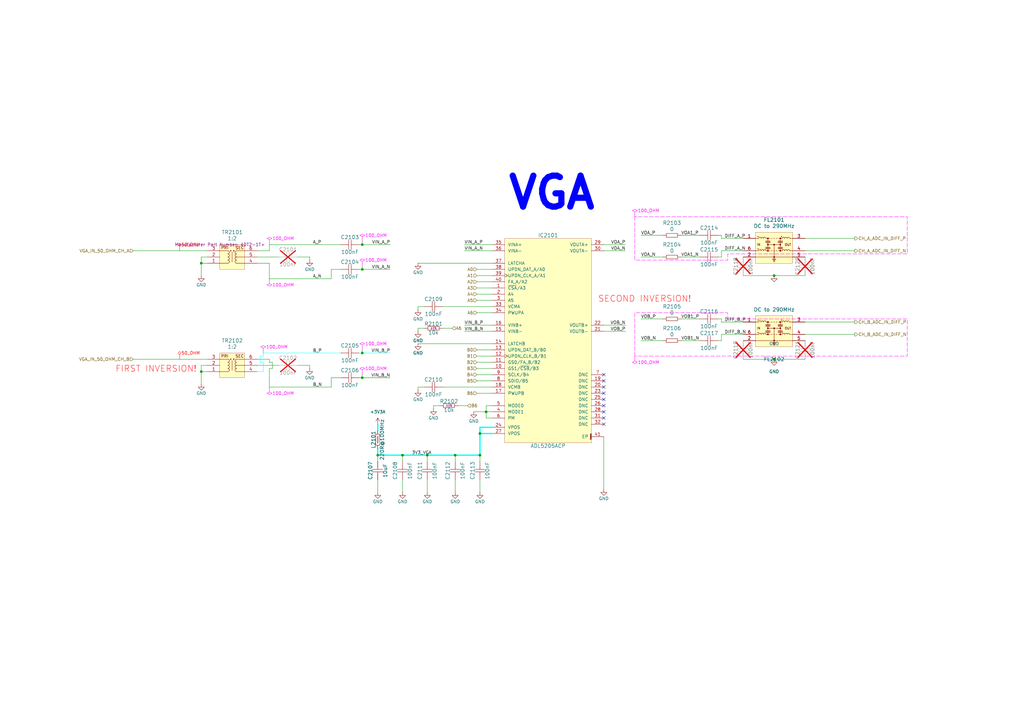
<source format=kicad_sch>
(kicad_sch (version 20250114) (generator "eeschema") (generator_version "9.0")
  (paper "A3")
  (title_block (date "2025-04-16") (company "CERN") (comment 1 "Design by A. Jevtic"))
  (text "SECOND INVERSION!" (at 264.414 122.682 0) (effects (font (size 2.54 2.54))))
  (text "FIRST INVERSION!" (at 64.008 151.384 0) (effects (font (size 2.54 2.54))))
  (text "VGA\n" (at 226.314 79.248 0) (effects (font (size 12.7 12.7) (thickness 2.54) (bold yes))))
  (junction (at 317.5 147.32))
  (junction (at 186.69 186.69))
  (junction (at 82.55 107.95))
  (junction (at 148.59 100.33))
  (junction (at 148.59 154.94))
  (junction (at 82.55 152.4))
  (junction (at 148.59 144.78))
  (junction (at 196.85 186.69))
  (junction (at 317.5 113.03))
  (junction (at 175.26 186.69))
  (junction (at 165.1 186.69))
  (junction (at 148.59 110.49))
  (junction (at 199.39 168.91))
  (junction (at 196.85 177.8))
  (junction (at 154.94 186.69))
  (no_connect (at 247.65 173.99))
  (no_connect (at 247.65 156.21))
  (no_connect (at 247.65 163.83))
  (no_connect (at 247.65 168.91))
  (no_connect (at 247.65 153.67))
  (no_connect (at 247.65 171.45))
  (no_connect (at 247.65 158.75))
  (no_connect (at 247.65 161.29))
  (no_connect (at 247.65 166.37))
  (wire (pts (xy 105.41 152.4) (xy 107.95 152.4)) (stroke (width 0) (color 0 255 255 1)))
  (wire (pts (xy 82.55 107.95) (xy 82.55 113.03)))
  (wire (pts (xy 127 105.41) (xy 127 106.68)))
  (wire (pts (xy 247.65 102.87) (xy 256.54 102.87)))
  (wire (pts (xy 195.58 148.59) (xy 201.93 148.59)))
  (wire (pts (xy 121.92 105.41) (xy 127 105.41)))
  (wire (pts (xy 107.95 144.78) (xy 139.7 144.78)) (stroke (width 0) (color 0 255 255 1)))
  (wire (pts (xy 196.85 196.85) (xy 196.85 201.93)))
  (wire (pts (xy 295.91 105.41) (xy 295.91 102.87)))
  (wire (pts (xy 110.49 100.33) (xy 139.7 100.33)))
  (wire (pts (xy 105.41 107.95) (xy 110.49 107.95)))
  (wire (pts (xy 135.89 154.94) (xy 139.7 154.94)))
  (wire (pts (xy 195.58 161.29) (xy 201.93 161.29)))
  (wire (pts (xy 317.5 113.03) (xy 330.2 113.03)))
  (wire (pts (xy 111.76 148.59) (xy 111.76 151.13)))
  (wire (pts (xy 201.93 100.33) (xy 190.5 100.33)))
  (wire (pts (xy 186.69 186.69) (xy 196.85 186.69)) (stroke (width 0.508) (color 0 255 255 1)))
  (wire (pts (xy 195.58 128.27) (xy 201.93 128.27)))
  (wire (pts (xy 195.58 113.03) (xy 201.93 113.03)))
  (wire (pts (xy 304.8 147.32) (xy 317.5 147.32)))
  (wire (pts (xy 173.99 134.62) (xy 171.45 134.62)))
  (wire (pts (xy 279.4 130.81) (xy 287.02 130.81)))
  (wire (pts (xy 350.52 132.08) (xy 330.2 132.08)))
  (wire (pts (xy 110.49 151.13) (xy 110.49 158.75)))
  (wire (pts (xy 106.68 148.59) (xy 107.95 148.59)) (stroke (width 0) (color 0 255 255 1)))
  (wire (pts (xy 110.49 102.87) (xy 110.49 100.33)))
  (wire (pts (xy 201.93 175.26) (xy 196.85 175.26)) (stroke (width 0.508) (color 0 255 255 1)))
  (wire (pts (xy 105.41 105.41) (xy 114.3 105.41)))
  (wire (pts (xy 135.89 110.49) (xy 139.7 110.49)))
  (wire (pts (xy 196.85 177.8) (xy 201.93 177.8)) (stroke (width 0.508) (color 0 255 255 1)))
  (wire (pts (xy 295.91 130.81) (xy 295.91 132.08)))
  (wire (pts (xy 247.65 100.33) (xy 256.54 100.33)))
  (wire (pts (xy 295.91 137.16) (xy 304.8 137.16)))
  (wire (pts (xy 294.64 96.52) (xy 295.91 96.52)))
  (wire (pts (xy 175.26 186.69) (xy 175.26 189.23)))
  (wire (pts (xy 201.93 102.87) (xy 190.5 102.87)))
  (wire (pts (xy 111.76 151.13) (xy 110.49 151.13)))
  (wire (pts (xy 279.4 105.41) (xy 287.02 105.41)))
  (wire (pts (xy 107.95 148.59) (xy 107.95 152.4)) (stroke (width 0) (color 0 255 255 1)))
  (wire (pts (xy 195.58 156.21) (xy 201.93 156.21)))
  (wire (pts (xy 82.55 107.95) (xy 85.09 107.95)))
  (wire (pts (xy 350.52 137.16) (xy 330.2 137.16)))
  (wire (pts (xy 106.68 146.05) (xy 106.68 148.59)) (stroke (width 0) (color 0 255 255 1)))
  (wire (pts (xy 177.8 166.37) (xy 177.8 167.64)))
  (wire (pts (xy 171.45 125.73) (xy 171.45 127)))
  (wire (pts (xy 195.58 143.51) (xy 201.93 143.51)))
  (wire (pts (xy 147.32 144.78) (xy 148.59 144.78)) (stroke (width 0) (color 0 255 255 1)))
  (wire (pts (xy 195.58 118.11) (xy 201.93 118.11)))
  (wire (pts (xy 121.92 149.86) (xy 127 149.86)))
  (wire (pts (xy 196.85 186.69) (xy 196.85 177.8)) (stroke (width 0.508) (color 0 255 255 1)))
  (wire (pts (xy 350.52 97.79) (xy 330.2 97.79)))
  (wire (pts (xy 199.39 171.45) (xy 201.93 171.45)))
  (wire (pts (xy 295.91 96.52) (xy 295.91 97.79)))
  (wire (pts (xy 181.61 125.73) (xy 201.93 125.73)))
  (wire (pts (xy 201.93 133.35) (xy 190.5 133.35)))
  (wire (pts (xy 195.58 151.13) (xy 201.93 151.13)))
  (wire (pts (xy 295.91 139.7) (xy 295.91 137.16)))
  (wire (pts (xy 199.39 166.37) (xy 199.39 168.91)))
  (wire (pts (xy 191.77 166.37) (xy 187.96 166.37)))
  (wire (pts (xy 135.89 158.75) (xy 135.89 154.94)))
  (wire (pts (xy 271.78 139.7) (xy 262.89 139.7)))
  (wire (pts (xy 110.49 107.95) (xy 110.49 114.3)))
  (wire (pts (xy 171.45 134.62) (xy 171.45 135.89)))
  (wire (pts (xy 195.58 146.05) (xy 201.93 146.05)))
  (wire (pts (xy 304.8 132.08) (xy 295.91 132.08)))
  (wire (pts (xy 171.45 107.95) (xy 201.93 107.95)))
  (wire (pts (xy 175.26 186.69) (xy 186.69 186.69)) (stroke (width 0.508) (color 0 255 255 1)))
  (wire (pts (xy 196.85 186.69) (xy 196.85 189.23)))
  (wire (pts (xy 304.8 102.87) (xy 295.91 102.87)))
  (wire (pts (xy 247.65 135.89) (xy 256.54 135.89)))
  (wire (pts (xy 201.93 135.89) (xy 190.5 135.89)))
  (wire (pts (xy 247.65 133.35) (xy 256.54 133.35)))
  (wire (pts (xy 148.59 153.67) (xy 148.59 154.94)))
  (wire (pts (xy 110.49 158.75) (xy 135.89 158.75)))
  (wire (pts (xy 148.59 110.49) (xy 160.02 110.49)))
  (wire (pts (xy 201.93 166.37) (xy 199.39 166.37)))
  (wire (pts (xy 154.94 189.23) (xy 154.94 186.69)))
  (wire (pts (xy 175.26 196.85) (xy 175.26 201.93)))
  (wire (pts (xy 173.99 125.73) (xy 171.45 125.73)))
  (wire (pts (xy 105.41 102.87) (xy 110.49 102.87)))
  (wire (pts (xy 181.61 158.75) (xy 201.93 158.75)))
  (wire (pts (xy 279.4 96.52) (xy 287.02 96.52)))
  (wire (pts (xy 148.59 100.33) (xy 160.02 100.33)))
  (wire (pts (xy 247.65 179.07) (xy 247.65 200.66)))
  (wire (pts (xy 199.39 168.91) (xy 199.39 171.45)))
  (wire (pts (xy 110.49 148.59) (xy 111.76 148.59)))
  (wire (pts (xy 85.09 102.87) (xy 54.61 102.87)))
  (wire (pts (xy 295.91 97.79) (xy 304.8 97.79)))
  (wire (pts (xy 195.58 123.19) (xy 201.93 123.19)))
  (wire (pts (xy 195.58 153.67) (xy 201.93 153.67)))
  (wire (pts (xy 180.34 166.37) (xy 177.8 166.37)))
  (wire (pts (xy 154.94 186.69) (xy 165.1 186.69)) (stroke (width 0.508) (color 0 255 255 1)))
  (wire (pts (xy 148.59 154.94) (xy 160.02 154.94)))
  (wire (pts (xy 147.32 100.33) (xy 148.59 100.33)))
  (wire (pts (xy 196.85 175.26) (xy 196.85 177.8)) (stroke (width 0.508) (color 0 255 255 1)))
  (wire (pts (xy 171.45 158.75) (xy 171.45 160.02)))
  (wire (pts (xy 85.09 105.41) (xy 82.55 105.41)))
  (wire (pts (xy 85.09 149.86) (xy 82.55 149.86)))
  (wire (pts (xy 148.59 99.06) (xy 148.59 100.33)))
  (wire (pts (xy 271.78 105.41) (xy 262.89 105.41)))
  (wire (pts (xy 194.31 168.91) (xy 199.39 168.91)))
  (wire (pts (xy 165.1 186.69) (xy 175.26 186.69)) (stroke (width 0.508) (color 0 255 255 1)))
  (wire (pts (xy 271.78 96.52) (xy 262.89 96.52)))
  (wire (pts (xy 105.41 149.86) (xy 114.3 149.86)))
  (wire (pts (xy 350.52 102.87) (xy 330.2 102.87)))
  (wire (pts (xy 165.1 196.85) (xy 165.1 201.93)))
  (wire (pts (xy 165.1 186.69) (xy 165.1 189.23)))
  (wire (pts (xy 154.94 196.85) (xy 154.94 201.93)))
  (wire (pts (xy 186.69 196.85) (xy 186.69 201.93)))
  (wire (pts (xy 107.95 146.05) (xy 106.68 146.05)) (stroke (width 0) (color 0 255 255 1)))
  (wire (pts (xy 148.59 109.22) (xy 148.59 110.49)))
  (wire (pts (xy 186.69 186.69) (xy 186.69 189.23)))
  (wire (pts (xy 154.94 184.15) (xy 154.94 186.69)) (stroke (width 0.508) (color 0 255 255 1)))
  (wire (pts (xy 82.55 105.41) (xy 82.55 107.95)))
  (wire (pts (xy 82.55 152.4) (xy 85.09 152.4)))
  (wire (pts (xy 147.32 154.94) (xy 148.59 154.94)))
  (wire (pts (xy 195.58 110.49) (xy 201.93 110.49)))
  (wire (pts (xy 110.49 147.32) (xy 110.49 148.59)))
  (wire (pts (xy 82.55 152.4) (xy 82.55 157.48)))
  (wire (pts (xy 199.39 168.91) (xy 201.93 168.91)))
  (wire (pts (xy 195.58 115.57) (xy 201.93 115.57)))
  (wire (pts (xy 271.78 130.81) (xy 262.89 130.81)))
  (wire (pts (xy 279.4 139.7) (xy 287.02 139.7)))
  (wire (pts (xy 135.89 114.3) (xy 135.89 110.49)))
  (wire (pts (xy 185.42 134.62) (xy 181.61 134.62)))
  (wire (pts (xy 105.41 147.32) (xy 110.49 147.32)))
  (wire (pts (xy 294.64 130.81) (xy 295.91 130.81)))
  (wire (pts (xy 195.58 120.65) (xy 201.93 120.65)))
  (wire (pts (xy 85.09 147.32) (xy 54.61 147.32)))
  (wire (pts (xy 148.59 143.51) (xy 148.59 144.78)))
  (wire (pts (xy 127 149.86) (xy 127 151.13)))
  (wire (pts (xy 110.49 114.3) (xy 135.89 114.3)))
  (wire (pts (xy 317.5 147.32) (xy 330.2 147.32)))
  (wire (pts (xy 154.94 173.99) (xy 154.94 176.53)) (stroke (width 0.508) (color 0 255 255 1)))
  (wire (pts (xy 147.32 110.49) (xy 148.59 110.49)))
  (wire (pts (xy 304.8 113.03) (xy 317.5 113.03)))
  (wire (pts (xy 82.55 149.86) (xy 82.55 152.4)))
  (wire (pts (xy 294.64 105.41) (xy 295.91 105.41)))
  (wire (pts (xy 171.45 140.97) (xy 201.93 140.97)))
  (wire (pts (xy 107.95 144.78) (xy 107.95 146.05)) (stroke (width 0) (color 0 255 255 1)))
  (wire (pts (xy 294.64 139.7) (xy 295.91 139.7)))
  (wire (pts (xy 173.99 158.75) (xy 171.45 158.75)))
  (wire (pts (xy 148.59 144.78) (xy 160.02 144.78)) (stroke (width 0) (color 0 255 255 1)))
  (label "VOB_P" (at 262.89 130.81 0))
  (label "VIN_A_P" (at 190.5 100.33 0))
  (label "VOB1_N" (at 279.4 139.7 0))
  (label "VOA_P" (at 256.54 100.33 180))
  (label "VIN_B_N" (at 190.5 135.89 0))
  (label "VOA1_P" (at 279.4 96.52 0))
  (label "VOA_N" (at 256.54 102.87 180))
  (label "B_P" (at 128.27 144.78 0))
  (label "DIFF_A_N" (at 297.18 102.87 0))
  (label "VOB_P" (at 256.54 135.89 180))
  (label "DIFF_B_N" (at 297.18 137.16 0))
  (label "VIN_B_P" (at 160.02 144.78 180))
  (label "3V3_VGA" (at 168.91 186.69 0))
  (label "VIN_B_P" (at 190.5 133.35 0))
  (label "B_N" (at 128.27 158.75 0))
  (label "VIN_B_N" (at 160.02 154.94 180))
  (label "VOA_N" (at 262.89 105.41 0))
  (label "A_N" (at 128.27 114.3 0))
  (label "VIN_A_P" (at 160.02 100.33 180))
  (label "A_P" (at 128.27 100.33 0))
  (label "VOB_N" (at 262.89 139.7 0))
  (label "VOB1_P" (at 279.4 130.81 0))
  (label "DIFF_A_P" (at 297.18 97.79 0))
  (label "VOB_N" (at 256.54 133.35 180))
  (label "VOA_P" (at 262.89 96.52 0))
  (label "VIN_A_N" (at 190.5 102.87 0))
  (label "DIFF_B_P" (at 297.18 132.08 0))
  (label "VOA1_N" (at 279.4 105.41 0))
  (label "VIN_A_N" (at 160.02 110.49 180))
  (hierarchical_label "A5" (shape input) (at 195.58 123.19 180))
  (hierarchical_label "B0" (shape input) (at 195.58 143.51 180))
  (hierarchical_label "A3" (shape input) (at 195.58 118.11 180))
  (hierarchical_label "A0" (shape input) (at 195.58 110.49 180))
  (hierarchical_label "VGA_IN_50_OHM_CH_B" (shape input) (at 54.61 147.32 180))
  (hierarchical_label "B6" (shape input) (at 195.58 161.29 180))
  (hierarchical_label "B2" (shape input) (at 195.58 148.59 180))
  (hierarchical_label "A4" (shape input) (at 195.58 120.65 180))
  (hierarchical_label "A1" (shape input) (at 195.58 113.03 180))
  (hierarchical_label "A2" (shape input) (at 195.58 115.57 180))
  (hierarchical_label "B3" (shape input) (at 195.58 151.13 180))
  (hierarchical_label "VGA_IN_50_OHM_CH_A" (shape input) (at 54.61 102.87 180))
  (hierarchical_label "B1" (shape input) (at 195.58 146.05 180))
  (hierarchical_label "A6" (shape input) (at 195.58 128.27 180))
  (hierarchical_label "A6" (shape input) (at 185.42 134.62 0))
  (hierarchical_label "CH_A_ADC_IN_DIFF_P" (shape output) (at 350.52 97.79 0))
  (hierarchical_label "B5" (shape input) (at 195.58 156.21 180))
  (hierarchical_label "CH_B_ADC_IN_DIFF_P" (shape output) (at 350.52 132.08 0))
  (hierarchical_label "B4" (shape input) (at 195.58 153.67 180))
  (hierarchical_label "CH_A_ADC_IN_DIFF_N" (shape output) (at 350.52 102.87 0))
  (hierarchical_label "CH_B_ADC_IN_DIFF_N" (shape output) (at 350.52 137.16 0))
  (hierarchical_label "B6" (shape input) (at 191.77 166.37 0))
  (rule_area (polyline (pts (xy 260.35 146.05) (xy 260.35 128.27) (xy 298.45 128.27) (xy 298.45 130.81) (xy 372.11 130.81) (xy 372.11 146.05)) (stroke (width 0) (type dash) (color 255 0 255 1))))
  (rule_area (polyline (pts (xy 260.35 88.9) (xy 260.35 106.68) (xy 298.45 106.68) (xy 298.45 104.14) (xy 372.11 104.14) (xy 372.11 88.9)) (stroke (width 0) (type dash) (color 255 0 255 1))))
  (netclass_flag "" (length 2.54) (shape diamond) (at 110.49 158.75 180) (property "Netclass" "100_OHM" (at 111.6965 161.29 0) (effects (justify left))))
  (netclass_flag "" (length 2.54) (shape diamond) (at 148.59 153.67 0) (property "Netclass" "100_OHM" (at 149.7965 151.13 0) (effects (justify left))))
  (netclass_flag "" (length 2.54) (shape round) (at 73.66 102.87 0) (property "Netclass" "50_OHM" (at 74.3585 100.33 0) (effects (justify left))))
  (netclass_flag "" (length 2.54) (shape diamond) (at 107.95 144.78 0) (property "Netclass" "100_OHM" (at 109.1565 142.24 0) (effects (justify left))))
  (netclass_flag "" (length 2.54) (shape diamond) (at 110.49 100.33 0) (property "Netclass" "100_OHM" (at 111.6965 97.79 0) (effects (justify left))))
  (netclass_flag "" (length 2.54) (shape diamond) (at 148.59 109.22 0) (property "Netclass" "100_OHM" (at 149.7965 106.68 0) (effects (justify left))))
  (netclass_flag "" (length 2.54) (shape diamond) (at 260.35 88.9 0) (property "Netclass" "100_OHM" (at 261.5565 86.36 0) (effects (justify left))))
  (netclass_flag "" (length 2.54) (shape round) (at 73.66 147.32 0) (property "Netclass" "50_OHM" (at 74.3585 144.78 0) (effects (justify left))))
  (netclass_flag "" (length 2.54) (shape diamond) (at 148.59 143.51 0) (property "Netclass" "100_OHM" (at 149.7965 140.97 0) (effects (justify left))))
  (netclass_flag "" (length 2.54) (shape diamond) (at 110.49 114.3 180) (property "Netclass" "100_OHM" (at 111.6965 116.84 0) (effects (justify left))))
  (netclass_flag "" (length 2.54) (shape diamond) (at 260.35 146.05 180) (property "Netclass" "100_OHM" (at 261.5565 148.59 0) (effects (justify left))))
  (netclass_flag "" (length 2.54) (shape diamond) (at 148.59 99.06 0) (property "Netclass" "100_OHM" (at 149.7965 96.52 0) (effects (justify left))))
  (symbol (lib_id "power:GND") (at 127 151.13 0) (unit 1)
    (property "Reference" "#PWR0604" (effects (hide yes)))
    (property "Value" "GND" (at 127 154.94 0))
    (property "Description" "Power symbol creates a global label with name \"GND\" , ground" (effects (hide yes)))
    (instances (project "" (path "" (reference "#PWR02104") (unit 1)) (path "" (reference "#PWR03304") (unit 1)) (path "" (reference "#PWR04404") (unit 1)) (path "" (reference "#PWR0604") (unit 1))))
  )
  (symbol (lib_id "CERN:Capacitors SMD/CC0402_100NF_25V_10%_X7R_YUDEN_TMK105B7104KVHF") (at 139.7 144.78 0) (unit 1)
    (property "Reference" "C605" (at 143.51 141.732 0) (effects (font (size 1.524 1.524))))
    (property "Value" "100nF" (at 143.51 147.828 0) (effects (font (size 1.524 1.524))))
    (property "Footprint" "Capacitors SMD:CAPC1005X55N" (effects (hide yes)))
    (property "Datasheet" "${CERN_DATASHEET_DIR}\\CC0402_TAIYO-YUDEN_TMK105B7104KVHF.pdf" (effects (hide yes)))
    (property "Description" "SMD Multilayer Chip Ceramic Capacitor (High Dielectric Type) for Automotive / Industrial Applications" (effects (hide yes)))
    (property "Manufacturer" "TAIYO YUDEN" (effects (hide yes)))
    (property "Comment" "100nF" (effects (hide yes)))
    (property "Component Kind" "Standard" (effects (hide yes)))
    (property "Component Type" "Standard" (effects (hide yes)))
    (property "Pin Count" "2" (effects (hide yes)))
    (property "Status" "Not Recommended" (effects (hide yes)))
    (property "Voltage" "25V" (effects (hide yes)))
    (property "TC" "X7R" (effects (hide yes)))
    (property "Tolerance" "±10%" (effects (hide yes)))
    (property "Part Description" "SMD Multilayer Chip Ceramic Capacitor (High Dielectric Type) for Automotive / Industrial Applications" (effects (hide yes)))
    (property "Manufacturer Part Number" "TMK105B7104KVHF" (effects (hide yes)))
    (property "Case" "0402" (effects (hide yes)))
    (property "Mounted" "Yes" (effects (hide yes)))
    (property "Socket" "No" (effects (hide yes)))
    (property "SMD" "Yes" (effects (hide yes)))
    (property "Sense" "No" (effects (hide yes)))
    (property "ComponentHeight" "0.55mm" (effects (hide yes)))
    (property "HelpURL" "\\\\cern.ch\\dfs\\Applications\\Altium\\Datasheets\\CC0402_TAIYO-YUDEN_TMK105B7104KVHF.pdf" (effects (hide yes)))
    (property "Author" "CERN DEM JLC" (effects (hide yes)))
    (property "CreateDate" "2017-05-10 00:00:00 +0000" (effects (hide yes)))
    (property "LatestRevisionDate" "2017-05-10 00:00:00 +0000" (effects (hide yes)))
    (property "LibSymbol" "Capacitors:Capacitor - non polarized" (effects (hide yes)))
    (property "LibFootprint" "Capacitors SMD:CAPC1005X55N" (effects (hide yes)))
    (property "Part Number" "CC0402_100NF_25V_10%_X7R_YUDEN_TMK105B7104KVHF" (effects (hide yes)))
    (property "Database Name" "Capacitors" (effects (hide yes)))
    (property "Database Table Name" "Capacitors SMD" (effects (hide yes)))
    (property "Part Number Nocolon" "CC0402_100NF_25V_10%_X7R_YUDEN_TMK105B7104KVHF" (effects (hide yes)))
    (instances (project "" (path "" (reference "C2105") (unit 1)) (path "" (reference "C3305") (unit 1)) (path "" (reference "C4405") (unit 1)) (path "" (reference "C605") (unit 1))))
  )
  (symbol (lib_id "power:GND") (at 127 106.68 0) (unit 1)
    (property "Reference" "#PWR0603" (effects (hide yes)))
    (property "Value" "GND" (at 127 110.49 0))
    (property "Description" "Power symbol creates a global label with name \"GND\" , ground" (effects (hide yes)))
    (instances (project "" (path "" (reference "#PWR02103") (unit 1)) (path "" (reference "#PWR03303") (unit 1)) (path "" (reference "#PWR04403") (unit 1)) (path "" (reference "#PWR0603") (unit 1))))
  )
  (symbol (lib_id "power:GND") (at 194.31 168.91 0) (unit 1)
    (property "Reference" "#PWR0616" (effects (hide yes)))
    (property "Value" "GND" (at 194.31 172.72 0))
    (property "Description" "Power symbol creates a global label with name \"GND\" , ground" (effects (hide yes)))
    (instances (project "" (path "" (reference "#PWR02116") (unit 1)) (path "" (reference "#PWR03316") (unit 1)) (path "" (reference "#PWR04416") (unit 1)) (path "" (reference "#PWR0616") (unit 1))))
  )
  (symbol (lib_id "CERN:Resistors SMD/R0402_10K_1%_0.0625W_100PPM") (at 173.99 134.62 0) (unit 1)
    (property "Reference" "R601" (at 177.8 132.842 0) (effects (font (size 1.524 1.524))))
    (property "Value" "10k" (at 177.8 136.398 0) (effects (font (size 1.524 1.524))))
    (property "Footprint" "Resistors SMD:RESC1005X40N" (effects (hide yes)))
    (property "Datasheet" "${CERN_DATASHEET_DIR}\\R0402_Phycomp_RC0402.pdf" (effects (hide yes)))
    (property "Description" "General Purpose Thick Film Chip Resistor" (effects (hide yes)))
    (property "Tolerance" "±1%" (at 177.8 134.62 0) (effects (font (size 0.762 0.762))))
    (property "Manufacturer" "GENERIC" (effects (hide yes)))
    (property "Comment" "10k" (effects (hide yes)))
    (property "Component Kind" "Standard" (effects (hide yes)))
    (property "Component Type" "Standard" (effects (hide yes)))
    (property "Pin Count" "2" (effects (hide yes)))
    (property "Status" "Not Recommended" (effects (hide yes)))
    (property "Power" "0.0625W" (effects (hide yes)))
    (property "TC" "±100ppm/°C" (effects (hide yes)))
    (property "Part Description" "General Purpose Thick Film Chip Resistor" (effects (hide yes)))
    (property "Manufacturer Part Number" "R0402_10K_1%_0.0625W_100PPM" (effects (hide yes)))
    (property "Case" "0402" (effects (hide yes)))
    (property "PressFit" "No" (effects (hide yes)))
    (property "Mounted" "Yes" (effects (hide yes)))
    (property "Sense" "No" (effects (hide yes)))
    (property "Socket" "No" (effects (hide yes)))
    (property "SMD" "Yes" (effects (hide yes)))
    (property "Manufacturer1 Example" "YAGEO PHYCOMP" (effects (hide yes)))
    (property "Manufacturer1 Part Number" "232270671003L" (effects (hide yes)))
    (property "Manufacturer1 ComponentHeight" "0.4mm" (effects (hide yes)))
    (property "HelpURL" "\\\\cern.ch\\dfs\\Applications\\Altium\\Datasheets\\R0402_Phycomp_RC0402.pdf" (effects (hide yes)))
    (property "Author" "CERN DEM JLC" (effects (hide yes)))
    (property "CreateDate" "2007-12-03 00:00:00 +0000" (effects (hide yes)))
    (property "LatestRevisionDate" "2012-10-17 00:00:00 +0000" (effects (hide yes)))
    (property "LibSymbol" "Resistors:Resistor - 1%" (effects (hide yes)))
    (property "LibFootprint" "Resistors SMD:RESC1005X40N" (effects (hide yes)))
    (property "Part Number" "R0402_10K_1%_0.0625W_100PPM" (effects (hide yes)))
    (property "Database Name" "Resistors" (effects (hide yes)))
    (property "Database Table Name" "Resistors SMD" (effects (hide yes)))
    (property "Part Number Nocolon" "R0402_10K_1%_0.0625W_100PPM" (effects (hide yes)))
    (instances (project "" (path "" (reference "R2101") (unit 1)) (path "" (reference "R3301") (unit 1)) (path "" (reference "R4401") (unit 1)) (path "" (reference "R601") (unit 1))))
  )
  (symbol (lib_id "CERN:Capacitors SMD/CC0402_100NF_25V_10%_X7R_YUDEN_TMK105B7104KVHF") (at 186.69 196.85 90) (unit 1)
    (property "Reference" "C612" (at 183.642 193.04 0) (effects (font (size 1.524 1.524))))
    (property "Value" "100nF" (at 189.738 193.04 0) (effects (font (size 1.524 1.524))))
    (property "Footprint" "Capacitors SMD:CAPC1005X55N" (effects (hide yes)))
    (property "Datasheet" "${CERN_DATASHEET_DIR}\\CC0402_TAIYO-YUDEN_TMK105B7104KVHF.pdf" (effects (hide yes)))
    (property "Description" "SMD Multilayer Chip Ceramic Capacitor (High Dielectric Type) for Automotive / Industrial Applications" (effects (hide yes)))
    (property "Manufacturer" "TAIYO YUDEN" (effects (hide yes)))
    (property "Comment" "100nF" (effects (hide yes)))
    (property "Component Kind" "Standard" (effects (hide yes)))
    (property "Component Type" "Standard" (effects (hide yes)))
    (property "Pin Count" "2" (effects (hide yes)))
    (property "Status" "Not Recommended" (effects (hide yes)))
    (property "Voltage" "25V" (effects (hide yes)))
    (property "TC" "X7R" (effects (hide yes)))
    (property "Tolerance" "±10%" (effects (hide yes)))
    (property "Part Description" "SMD Multilayer Chip Ceramic Capacitor (High Dielectric Type) for Automotive / Industrial Applications" (effects (hide yes)))
    (property "Manufacturer Part Number" "TMK105B7104KVHF" (effects (hide yes)))
    (property "Case" "0402" (effects (hide yes)))
    (property "Mounted" "Yes" (effects (hide yes)))
    (property "Socket" "No" (effects (hide yes)))
    (property "SMD" "Yes" (effects (hide yes)))
    (property "Sense" "No" (effects (hide yes)))
    (property "ComponentHeight" "0.55mm" (effects (hide yes)))
    (property "HelpURL" "\\\\cern.ch\\dfs\\Applications\\Altium\\Datasheets\\CC0402_TAIYO-YUDEN_TMK105B7104KVHF.pdf" (effects (hide yes)))
    (property "Author" "CERN DEM JLC" (effects (hide yes)))
    (property "CreateDate" "2017-05-10 00:00:00 +0000" (effects (hide yes)))
    (property "LatestRevisionDate" "2017-05-10 00:00:00 +0000" (effects (hide yes)))
    (property "LibSymbol" "Capacitors:Capacitor - non polarized" (effects (hide yes)))
    (property "LibFootprint" "Capacitors SMD:CAPC1005X55N" (effects (hide yes)))
    (property "Part Number" "CC0402_100NF_25V_10%_X7R_YUDEN_TMK105B7104KVHF" (effects (hide yes)))
    (property "Database Name" "Capacitors" (effects (hide yes)))
    (property "Database Table Name" "Capacitors SMD" (effects (hide yes)))
    (property "Part Number Nocolon" "CC0402_100NF_25V_10%_X7R_YUDEN_TMK105B7104KVHF" (effects (hide yes)))
    (instances (project "" (path "" (reference "C2112") (unit 1)) (path "" (reference "C3312") (unit 1)) (path "" (reference "C4412") (unit 1)) (path "" (reference "C612") (unit 1))))
  )
  (symbol (lib_id "power:GND") (at 171.45 160.02 0) (unit 1)
    (property "Reference" "#PWR0612" (effects (hide yes)))
    (property "Value" "GND" (at 171.45 163.83 0))
    (property "Description" "Power symbol creates a global label with name \"GND\" , ground" (effects (hide yes)))
    (instances (project "" (path "" (reference "#PWR02112") (unit 1)) (path "" (reference "#PWR03312") (unit 1)) (path "" (reference "#PWR04412") (unit 1)) (path "" (reference "#PWR0612") (unit 1))))
  )
  (symbol (lib_id "CERN:Capacitors SMD/CC0402_100NF_25V_10%_X7R_YUDEN_TMK105B7104KVHF") (at 304.8 113.03 90) (unit 1) (dnp yes)
    (property "Reference" "C618" (at 301.752 109.22 0) (effects (font (size 1.524 1.524))))
    (property "Value" "100nF" (at 307.848 109.22 0) (effects (font (size 1.524 1.524))))
    (property "Footprint" "Capacitors SMD:CAPC1005X55N" (effects (hide yes)))
    (property "Datasheet" "${CERN_DATASHEET_DIR}\\CC0402_TAIYO-YUDEN_TMK105B7104KVHF.pdf" (effects (hide yes)))
    (property "Description" "SMD Multilayer Chip Ceramic Capacitor (High Dielectric Type) for Automotive / Industrial Applications" (effects (hide yes)))
    (property "Manufacturer" "TAIYO YUDEN" (effects (hide yes)))
    (property "Comment" "100nF" (effects (hide yes)))
    (property "Component Kind" "Standard" (effects (hide yes)))
    (property "Component Type" "Standard" (effects (hide yes)))
    (property "Pin Count" "2" (effects (hide yes)))
    (property "Status" "Not Recommended" (effects (hide yes)))
    (property "Voltage" "25V" (effects (hide yes)))
    (property "TC" "X7R" (effects (hide yes)))
    (property "Tolerance" "±10%" (effects (hide yes)))
    (property "Part Description" "SMD Multilayer Chip Ceramic Capacitor (High Dielectric Type) for Automotive / Industrial Applications" (effects (hide yes)))
    (property "Manufacturer Part Number" "TMK105B7104KVHF" (effects (hide yes)))
    (property "Case" "0402" (effects (hide yes)))
    (property "Mounted" "Yes" (effects (hide yes)))
    (property "Socket" "No" (effects (hide yes)))
    (property "SMD" "Yes" (effects (hide yes)))
    (property "Sense" "No" (effects (hide yes)))
    (property "ComponentHeight" "0.55mm" (effects (hide yes)))
    (property "HelpURL" "\\\\cern.ch\\dfs\\Applications\\Altium\\Datasheets\\CC0402_TAIYO-YUDEN_TMK105B7104KVHF.pdf" (effects (hide yes)))
    (property "Author" "CERN DEM JLC" (effects (hide yes)))
    (property "CreateDate" "2017-05-10 00:00:00 +0000" (effects (hide yes)))
    (property "LatestRevisionDate" "2017-05-10 00:00:00 +0000" (effects (hide yes)))
    (property "LibSymbol" "Capacitors:Capacitor - non polarized" (effects (hide yes)))
    (property "LibFootprint" "Capacitors SMD:CAPC1005X55N" (effects (hide yes)))
    (property "Part Number" "CC0402_100NF_25V_10%_X7R_YUDEN_TMK105B7104KVHF" (effects (hide yes)))
    (property "Database Name" "Capacitors" (effects (hide yes)))
    (property "Database Table Name" "Capacitors SMD" (effects (hide yes)))
    (property "Part Number Nocolon" "CC0402_100NF_25V_10%_X7R_YUDEN_TMK105B7104KVHF" (effects (hide yes)))
    (instances (project "" (path "" (reference "C2118") (unit 1)) (path "" (reference "C3318") (unit 1)) (path "" (reference "C4418") (unit 1)) (path "" (reference "C618") (unit 1))))
  )
  (symbol (lib_id "CERN:Capacitors SMD/CC0402_100NF_25V_10%_X7R_YUDEN_TMK105B7104KVHF") (at 165.1 196.85 90) (unit 1)
    (property "Reference" "C608" (at 162.052 193.04 0) (effects (font (size 1.524 1.524))))
    (property "Value" "100nF" (at 168.148 193.04 0) (effects (font (size 1.524 1.524))))
    (property "Footprint" "Capacitors SMD:CAPC1005X55N" (effects (hide yes)))
    (property "Datasheet" "${CERN_DATASHEET_DIR}\\CC0402_TAIYO-YUDEN_TMK105B7104KVHF.pdf" (effects (hide yes)))
    (property "Description" "SMD Multilayer Chip Ceramic Capacitor (High Dielectric Type) for Automotive / Industrial Applications" (effects (hide yes)))
    (property "Manufacturer" "TAIYO YUDEN" (effects (hide yes)))
    (property "Comment" "100nF" (effects (hide yes)))
    (property "Component Kind" "Standard" (effects (hide yes)))
    (property "Component Type" "Standard" (effects (hide yes)))
    (property "Pin Count" "2" (effects (hide yes)))
    (property "Status" "Not Recommended" (effects (hide yes)))
    (property "Voltage" "25V" (effects (hide yes)))
    (property "TC" "X7R" (effects (hide yes)))
    (property "Tolerance" "±10%" (effects (hide yes)))
    (property "Part Description" "SMD Multilayer Chip Ceramic Capacitor (High Dielectric Type) for Automotive / Industrial Applications" (effects (hide yes)))
    (property "Manufacturer Part Number" "TMK105B7104KVHF" (effects (hide yes)))
    (property "Case" "0402" (effects (hide yes)))
    (property "Mounted" "Yes" (effects (hide yes)))
    (property "Socket" "No" (effects (hide yes)))
    (property "SMD" "Yes" (effects (hide yes)))
    (property "Sense" "No" (effects (hide yes)))
    (property "ComponentHeight" "0.55mm" (effects (hide yes)))
    (property "HelpURL" "\\\\cern.ch\\dfs\\Applications\\Altium\\Datasheets\\CC0402_TAIYO-YUDEN_TMK105B7104KVHF.pdf" (effects (hide yes)))
    (property "Author" "CERN DEM JLC" (effects (hide yes)))
    (property "CreateDate" "2017-05-10 00:00:00 +0000" (effects (hide yes)))
    (property "LatestRevisionDate" "2017-05-10 00:00:00 +0000" (effects (hide yes)))
    (property "LibSymbol" "Capacitors:Capacitor - non polarized" (effects (hide yes)))
    (property "LibFootprint" "Capacitors SMD:CAPC1005X55N" (effects (hide yes)))
    (property "Part Number" "CC0402_100NF_25V_10%_X7R_YUDEN_TMK105B7104KVHF" (effects (hide yes)))
    (property "Database Name" "Capacitors" (effects (hide yes)))
    (property "Database Table Name" "Capacitors SMD" (effects (hide yes)))
    (property "Part Number Nocolon" "CC0402_100NF_25V_10%_X7R_YUDEN_TMK105B7104KVHF" (effects (hide yes)))
    (instances (project "" (path "" (reference "C2108") (unit 1)) (path "" (reference "C3308") (unit 1)) (path "" (reference "C4408") (unit 1)) (path "" (reference "C608") (unit 1))))
  )
  (symbol (lib_id "CERN:Capacitors SMD/CC0402_100NF_25V_10%_X7R_YUDEN_TMK105B7104KVHF") (at 330.2 139.7 90) (mirror x) (unit 1) (dnp yes)
    (property "Reference" "C621" (at 327.152 143.51 0) (effects (font (size 1.524 1.524))))
    (property "Value" "100nF" (at 333.248 143.51 0) (effects (font (size 1.524 1.524))))
    (property "Footprint" "Capacitors SMD:CAPC1005X55N" (effects (hide yes)))
    (property "Datasheet" "${CERN_DATASHEET_DIR}\\CC0402_TAIYO-YUDEN_TMK105B7104KVHF.pdf" (effects (hide yes)))
    (property "Description" "SMD Multilayer Chip Ceramic Capacitor (High Dielectric Type) for Automotive / Industrial Applications" (effects (hide yes)))
    (property "Manufacturer" "TAIYO YUDEN" (effects (hide yes)))
    (property "Comment" "100nF" (effects (hide yes)))
    (property "Component Kind" "Standard" (effects (hide yes)))
    (property "Component Type" "Standard" (effects (hide yes)))
    (property "Pin Count" "2" (effects (hide yes)))
    (property "Status" "Not Recommended" (effects (hide yes)))
    (property "Voltage" "25V" (effects (hide yes)))
    (property "TC" "X7R" (effects (hide yes)))
    (property "Tolerance" "±10%" (effects (hide yes)))
    (property "Part Description" "SMD Multilayer Chip Ceramic Capacitor (High Dielectric Type) for Automotive / Industrial Applications" (effects (hide yes)))
    (property "Manufacturer Part Number" "TMK105B7104KVHF" (effects (hide yes)))
    (property "Case" "0402" (effects (hide yes)))
    (property "Mounted" "Yes" (effects (hide yes)))
    (property "Socket" "No" (effects (hide yes)))
    (property "SMD" "Yes" (effects (hide yes)))
    (property "Sense" "No" (effects (hide yes)))
    (property "ComponentHeight" "0.55mm" (effects (hide yes)))
    (property "HelpURL" "\\\\cern.ch\\dfs\\Applications\\Altium\\Datasheets\\CC0402_TAIYO-YUDEN_TMK105B7104KVHF.pdf" (effects (hide yes)))
    (property "Author" "CERN DEM JLC" (effects (hide yes)))
    (property "CreateDate" "2017-05-10 00:00:00 +0000" (effects (hide yes)))
    (property "LatestRevisionDate" "2017-05-10 00:00:00 +0000" (effects (hide yes)))
    (property "LibSymbol" "Capacitors:Capacitor - non polarized" (effects (hide yes)))
    (property "LibFootprint" "Capacitors SMD:CAPC1005X55N" (effects (hide yes)))
    (property "Part Number" "CC0402_100NF_25V_10%_X7R_YUDEN_TMK105B7104KVHF" (effects (hide yes)))
    (property "Database Name" "Capacitors" (effects (hide yes)))
    (property "Database Table Name" "Capacitors SMD" (effects (hide yes)))
    (property "Part Number Nocolon" "CC0402_100NF_25V_10%_X7R_YUDEN_TMK105B7104KVHF" (effects (hide yes)))
    (instances (project "" (path "" (reference "C2121") (unit 1)) (path "" (reference "C3321") (unit 1)) (path "" (reference "C4421") (unit 1)) (path "" (reference "C621") (unit 1))))
  )
  (symbol (lib_id "power:GND") (at 82.55 113.03 0) (unit 1)
    (property "Reference" "#PWR0601" (effects (hide yes)))
    (property "Value" "GND" (at 82.55 116.84 0))
    (property "Description" "Power symbol creates a global label with name \"GND\" , ground" (effects (hide yes)))
    (instances (project "" (path "" (reference "#PWR02101") (unit 1)) (path "" (reference "#PWR03301") (unit 1)) (path "" (reference "#PWR04401") (unit 1)) (path "" (reference "#PWR0601") (unit 1))))
  )
  (symbol (lib_id "CERN:Operational Amplifiers/ADL5205ACP") (at 207.01 97.79 0) (unit 1)
    (property "Reference" "IC601" (at 224.79 96.52 0) (effects (font (size 1.524 1.524))))
    (property "Value" "${DEVICE}" (at 224.79 182.88 0) (effects (font (size 1.524 1.524))))
    (property "Footprint" "ICs And Semiconductors SMD:QFN50P600X600X80-41N-S305" (effects (hide yes)))
    (property "Datasheet" "${CERN_DATASHEET_DIR}\\ADL5205.pdf" (effects (hide yes)))
    (property "Description" "1.7GHZ −9 dB to +26 dB Gain Range RF Amplifier" (effects (hide yes)))
    (property "Manufacturer" "ANALOG DEVICES" (effects (hide yes)))
    (property "Comment" "ADL5205ACP" (effects (hide yes)))
    (property "Component Kind" "Standard" (effects (hide yes)))
    (property "Component Type" "Standard" (effects (hide yes)))
    (property "Device" "ADL5205ACP" (effects (hide yes)))
    (property "PackageDescription" "QFN, 0.50mm Pitch, Square; 40 Pin, 6.00mm L X 6.00mm W X 0.80mm H body (w/Thermal Tab 3.05 X 3.05mm), IPC Medium Density" (effects (hide yes)))
    (property "Part Description" "1.7GHZ −9 dB to +26 dB Gain Range RF Amplifier" (effects (hide yes)))
    (property "Manufacturer Part Number" "ADL5205ACP" (effects (hide yes)))
    (property "Pin Count" "41" (effects (hide yes)))
    (property "Case" "QFN40" (effects (hide yes)))
    (property "Mounted" "Yes" (effects (hide yes)))
    (property "Socket" "No" (effects (hide yes)))
    (property "SMD" "Yes" (effects (hide yes)))
    (property "PressFit" "No" (effects (hide yes)))
    (property "Sense" "No" (effects (hide yes)))
    (property "Bonding" "No" (effects (hide yes)))
    (property "ComponentHeight" "0.8mm" (effects (hide yes)))
    (property "Author" "CERN DEM HF" (effects (hide yes)))
    (property "HelpURL" "\\\\cern.ch\\dfs\\Applications\\Altium\\Datasheets\\ADL5205.pdf" (effects (hide yes)))
    (property "CreateDate" "2024-03-15 00:00:00 +0000" (effects (hide yes)))
    (property "LatestRevisionDate" "2024-03-15 00:00:00 +0000" (effects (hide yes)))
    (property "LibSymbol" "Operational Amplifiers:ADL5205ACP" (effects (hide yes)))
    (property "LibFootprint" "ICs And Semiconductors SMD:QFN50P600X600X80-41N-S305" (effects (hide yes)))
    (property "Part Number" "ADL5205ACP" (effects (hide yes)))
    (property "Database Name" "ICs And Semiconductors_Backup" (effects (hide yes)))
    (property "Database Table Name" "Operational Amplifiers" (effects (hide yes)))
    (property "Part Number Nocolon" "ADL5205ACP" (effects (hide yes)))
    (instances (project "" (path "" (reference "IC2101") (unit 1)) (path "" (reference "IC3301") (unit 1)) (path "" (reference "IC4401") (unit 1)) (path "" (reference "IC601") (unit 1))))
  )
  (symbol (lib_id "power:+5VA") (at 154.94 173.99 0) (unit 1)
    (property "Reference" "#PWR0605" (effects (hide yes)))
    (property "Value" "+3V3A" (at 154.94 168.91 0))
    (property "Description" "Power symbol creates a global label with name \"+5VA\"" (effects (hide yes)))
    (instances (project "" (path "" (reference "#PWR02105") (unit 1)) (path "" (reference "#PWR03305") (unit 1)) (path "" (reference "#PWR04405") (unit 1)) (path "" (reference "#PWR0605") (unit 1))))
  )
  (symbol (lib_id "CERN:Resistors SMD/R0402_0R_JUMPER") (at 271.78 105.41 0) (unit 1)
    (property "Reference" "R604" (at 275.59 100.33 0) (effects (font (size 1.524 1.524))))
    (property "Value" "0" (at 275.59 102.87 0) (effects (font (size 1.524 1.524))))
    (property "Footprint" "Resistors SMD:RESC1005X40N" (effects (hide yes)))
    (property "Datasheet" "${CERN_DATASHEET_DIR}\\R0402_Phycomp_RC0402.pdf" (effects (hide yes)))
    (property "Description" "1A (0.05R Max DC Resistance) Zero Ohm Jumper" (effects (hide yes)))
    (property "Manufacturer" "GENERIC" (effects (hide yes)))
    (property "Comment" "0" (effects (hide yes)))
    (property "Component Kind" "Standard" (effects (hide yes)))
    (property "Component Type" "Standard" (effects (hide yes)))
    (property "Pin Count" "2" (effects (hide yes)))
    (property "Status" "Not Recommended" (effects (hide yes)))
    (property "Part Description" "1A (0.05R Max DC Resistance) Zero Ohm Jumper" (effects (hide yes)))
    (property "Manufacturer Part Number" "R0402_0R_JUMPER" (effects (hide yes)))
    (property "Case" "0402" (effects (hide yes)))
    (property "PressFit" "No" (effects (hide yes)))
    (property "Mounted" "Yes" (effects (hide yes)))
    (property "Sense" "No" (effects (hide yes)))
    (property "Socket" "No" (effects (hide yes)))
    (property "SMD" "Yes" (effects (hide yes)))
    (property "Manufacturer1 Example" "YAGEO PHYCOMP" (effects (hide yes)))
    (property "Manufacturer1 Part Number" "232270591001L" (effects (hide yes)))
    (property "Manufacturer1 ComponentHeight" "0.4mm" (effects (hide yes)))
    (property "HelpURL" "\\\\cern.ch\\dfs\\Applications\\Altium\\Datasheets\\R0402_Phycomp_RC0402.pdf" (effects (hide yes)))
    (property "Author" "CERN DEM JLC" (effects (hide yes)))
    (property "CreateDate" "2007-12-03 00:00:00 +0000" (effects (hide yes)))
    (property "LatestRevisionDate" "2012-10-17 00:00:00 +0000" (effects (hide yes)))
    (property "LibSymbol" "Resistors:Resistor" (effects (hide yes)))
    (property "LibFootprint" "Resistors SMD:RESC1005X40N" (effects (hide yes)))
    (property "Part Number" "R0402_0R_JUMPER" (effects (hide yes)))
    (property "Database Name" "Resistors" (effects (hide yes)))
    (property "Database Table Name" "Resistors SMD" (effects (hide yes)))
    (property "Part Number Nocolon" "R0402_0R_JUMPER" (effects (hide yes)))
    (instances (project "" (path "" (reference "R2104") (unit 1)) (path "" (reference "R3304") (unit 1)) (path "" (reference "R4404") (unit 1)) (path "" (reference "R604") (unit 1))))
  )
  (symbol (lib_id "power:GND") (at 196.85 201.93 0) (unit 1)
    (property "Reference" "#PWR0617" (effects (hide yes)))
    (property "Value" "GND" (at 196.85 205.74 0))
    (property "Description" "Power symbol creates a global label with name \"GND\" , ground" (effects (hide yes)))
    (instances (project "" (path "" (reference "#PWR02117") (unit 1)) (path "" (reference "#PWR03317") (unit 1)) (path "" (reference "#PWR04417") (unit 1)) (path "" (reference "#PWR0617") (unit 1))))
  )
  (symbol (lib_id "CERN:Resistors SMD/R0402_0R_JUMPER") (at 271.78 130.81 0) (unit 1)
    (property "Reference" "R605" (at 275.59 125.73 0) (effects (font (size 1.524 1.524))))
    (property "Value" "0" (at 275.59 128.27 0) (effects (font (size 1.524 1.524))))
    (property "Footprint" "Resistors SMD:RESC1005X40N" (effects (hide yes)))
    (property "Datasheet" "${CERN_DATASHEET_DIR}\\R0402_Phycomp_RC0402.pdf" (effects (hide yes)))
    (property "Description" "1A (0.05R Max DC Resistance) Zero Ohm Jumper" (effects (hide yes)))
    (property "Manufacturer" "GENERIC" (effects (hide yes)))
    (property "Comment" "0" (effects (hide yes)))
    (property "Component Kind" "Standard" (effects (hide yes)))
    (property "Component Type" "Standard" (effects (hide yes)))
    (property "Pin Count" "2" (effects (hide yes)))
    (property "Status" "Not Recommended" (effects (hide yes)))
    (property "Part Description" "1A (0.05R Max DC Resistance) Zero Ohm Jumper" (effects (hide yes)))
    (property "Manufacturer Part Number" "R0402_0R_JUMPER" (effects (hide yes)))
    (property "Case" "0402" (effects (hide yes)))
    (property "PressFit" "No" (effects (hide yes)))
    (property "Mounted" "Yes" (effects (hide yes)))
    (property "Sense" "No" (effects (hide yes)))
    (property "Socket" "No" (effects (hide yes)))
    (property "SMD" "Yes" (effects (hide yes)))
    (property "Manufacturer1 Example" "YAGEO PHYCOMP" (effects (hide yes)))
    (property "Manufacturer1 Part Number" "232270591001L" (effects (hide yes)))
    (property "Manufacturer1 ComponentHeight" "0.4mm" (effects (hide yes)))
    (property "HelpURL" "\\\\cern.ch\\dfs\\Applications\\Altium\\Datasheets\\R0402_Phycomp_RC0402.pdf" (effects (hide yes)))
    (property "Author" "CERN DEM JLC" (effects (hide yes)))
    (property "CreateDate" "2007-12-03 00:00:00 +0000" (effects (hide yes)))
    (property "LatestRevisionDate" "2012-10-17 00:00:00 +0000" (effects (hide yes)))
    (property "LibSymbol" "Resistors:Resistor" (effects (hide yes)))
    (property "LibFootprint" "Resistors SMD:RESC1005X40N" (effects (hide yes)))
    (property "Part Number" "R0402_0R_JUMPER" (effects (hide yes)))
    (property "Database Name" "Resistors" (effects (hide yes)))
    (property "Database Table Name" "Resistors SMD" (effects (hide yes)))
    (property "Part Number Nocolon" "R0402_0R_JUMPER" (effects (hide yes)))
    (instances (project "" (path "" (reference "R2105") (unit 1)) (path "" (reference "R3305") (unit 1)) (path "" (reference "R4405") (unit 1)) (path "" (reference "R605") (unit 1))))
  )
  (symbol (lib_id "CERN:Capacitors SMD/CC0402_100NF_25V_10%_X7R_YUDEN_TMK105B7104KVHF") (at 139.7 100.33 0) (unit 1)
    (property "Reference" "C603" (at 143.51 97.282 0) (effects (font (size 1.524 1.524))))
    (property "Value" "100nF" (at 143.51 103.378 0) (effects (font (size 1.524 1.524))))
    (property "Footprint" "Capacitors SMD:CAPC1005X55N" (effects (hide yes)))
    (property "Datasheet" "${CERN_DATASHEET_DIR}\\CC0402_TAIYO-YUDEN_TMK105B7104KVHF.pdf" (effects (hide yes)))
    (property "Description" "SMD Multilayer Chip Ceramic Capacitor (High Dielectric Type) for Automotive / Industrial Applications" (effects (hide yes)))
    (property "Manufacturer" "TAIYO YUDEN" (effects (hide yes)))
    (property "Comment" "100nF" (effects (hide yes)))
    (property "Component Kind" "Standard" (effects (hide yes)))
    (property "Component Type" "Standard" (effects (hide yes)))
    (property "Pin Count" "2" (effects (hide yes)))
    (property "Status" "Not Recommended" (effects (hide yes)))
    (property "Voltage" "25V" (effects (hide yes)))
    (property "TC" "X7R" (effects (hide yes)))
    (property "Tolerance" "±10%" (effects (hide yes)))
    (property "Part Description" "SMD Multilayer Chip Ceramic Capacitor (High Dielectric Type) for Automotive / Industrial Applications" (effects (hide yes)))
    (property "Manufacturer Part Number" "TMK105B7104KVHF" (effects (hide yes)))
    (property "Case" "0402" (effects (hide yes)))
    (property "Mounted" "Yes" (effects (hide yes)))
    (property "Socket" "No" (effects (hide yes)))
    (property "SMD" "Yes" (effects (hide yes)))
    (property "Sense" "No" (effects (hide yes)))
    (property "ComponentHeight" "0.55mm" (effects (hide yes)))
    (property "HelpURL" "\\\\cern.ch\\dfs\\Applications\\Altium\\Datasheets\\CC0402_TAIYO-YUDEN_TMK105B7104KVHF.pdf" (effects (hide yes)))
    (property "Author" "CERN DEM JLC" (effects (hide yes)))
    (property "CreateDate" "2017-05-10 00:00:00 +0000" (effects (hide yes)))
    (property "LatestRevisionDate" "2017-05-10 00:00:00 +0000" (effects (hide yes)))
    (property "LibSymbol" "Capacitors:Capacitor - non polarized" (effects (hide yes)))
    (property "LibFootprint" "Capacitors SMD:CAPC1005X55N" (effects (hide yes)))
    (property "Part Number" "CC0402_100NF_25V_10%_X7R_YUDEN_TMK105B7104KVHF" (effects (hide yes)))
    (property "Database Name" "Capacitors" (effects (hide yes)))
    (property "Database Table Name" "Capacitors SMD" (effects (hide yes)))
    (property "Part Number Nocolon" "CC0402_100NF_25V_10%_X7R_YUDEN_TMK105B7104KVHF" (effects (hide yes)))
    (instances (project "" (path "" (reference "C2103") (unit 1)) (path "" (reference "C3303") (unit 1)) (path "" (reference "C4403") (unit 1)) (path "" (reference "C603") (unit 1))))
  )
  (symbol (lib_id "CERN:Inductors SMD/IND0603_MURATA_BLM18SG221TN1 [alt]") (at 154.94 176.53 90) (mirror x) (unit 1)
    (property "Reference" "L601" (at 153.162 180.34 0) (effects (font (size 1.524 1.524))))
    (property "Value" "220R@100MHz" (at 156.718 180.34 0) (effects (font (size 1.524 1.524))))
    (property "Footprint" "Inductors SMD:INDC1608X95N" (effects (hide yes)))
    (property "Datasheet" "${CERN_DATASHEET_DIR}\\IND0603_MURATA_BLM18S.pdf" (effects (hide yes)))
    (property "Description" "SMD EMIFIL Suppression Chip Ferrite Bead" (effects (hide yes)))
    (property "Manufacturer" "MURATA" (effects (hide yes)))
    (property "Comment" "220R@100MHz" (effects (hide yes)))
    (property "Component Kind" "Standard" (effects (hide yes)))
    (property "Component Type" "Standard" (effects (hide yes)))
    (property "Pin Count" "2" (effects (hide yes)))
    (property "Power" "2.5A" (effects (hide yes)))
    (property "Resistance" "0.04R" (effects (hide yes)))
    (property "Tolerance" "±25%" (effects (hide yes)))
    (property "Part Description" "SMD EMIFIL Suppression Chip Ferrite Bead" (effects (hide yes)))
    (property "Manufacturer Part Number" "BLM18SG221TN1" (effects (hide yes)))
    (property "Case" "0603" (effects (hide yes)))
    (property "Mounted" "Yes" (effects (hide yes)))
    (property "Socket" "No" (effects (hide yes)))
    (property "SMD" "Yes" (effects (hide yes)))
    (property "Sense" "No" (effects (hide yes)))
    (property "ComponentHeight" "0.95mm" (effects (hide yes)))
    (property "HelpURL" "\\\\cern.ch\\dfs\\Applications\\Altium\\Datasheets\\IND0603_MURATA_BLM18S.pdf" (effects (hide yes)))
    (property "Author" "CERN DEM MR" (effects (hide yes)))
    (property "CreateDate" "2016-01-08 00:00:00 +0000" (effects (hide yes)))
    (property "LatestRevisionDate" "2018-10-25 00:00:00 +0000" (effects (hide yes)))
    (property "LibSymbol" "Inductors & Transformers:Ferrite Bead [alt]" (effects (hide yes)))
    (property "LibFootprint" "Inductors SMD:INDC1608X95N" (effects (hide yes)))
    (property "Part Number" "IND0603_MURATA_BLM18SG221TN1" (effects (hide yes)))
    (property "Database Name" "Inductors & Transformers" (effects (hide yes)))
    (property "Database Table Name" "Inductors SMD" (effects (hide yes)))
    (property "Part Number Nocolon" "IND0603_MURATA_BLM18SG221TN1 [alt]" (effects (hide yes)))
    (instances (project "" (path "" (reference "L2101") (unit 1)) (path "" (reference "L3301") (unit 1)) (path "" (reference "L4401") (unit 1)) (path "" (reference "L601") (unit 1))))
  )
  (symbol (lib_id "CERN:Resistors SMD/R0402_10K_1%_0.0625W_100PPM") (at 180.34 166.37 0) (unit 1)
    (property "Reference" "R602" (at 184.15 164.592 0) (effects (font (size 1.524 1.524))))
    (property "Value" "10k" (at 184.15 168.148 0) (effects (font (size 1.524 1.524))))
    (property "Footprint" "Resistors SMD:RESC1005X40N" (effects (hide yes)))
    (property "Datasheet" "${CERN_DATASHEET_DIR}\\R0402_Phycomp_RC0402.pdf" (effects (hide yes)))
    (property "Description" "General Purpose Thick Film Chip Resistor" (effects (hide yes)))
    (property "Tolerance" "±1%" (at 184.15 166.37 0) (effects (font (size 0.762 0.762))))
    (property "Manufacturer" "GENERIC" (effects (hide yes)))
    (property "Comment" "10k" (effects (hide yes)))
    (property "Component Kind" "Standard" (effects (hide yes)))
    (property "Component Type" "Standard" (effects (hide yes)))
    (property "Pin Count" "2" (effects (hide yes)))
    (property "Status" "Not Recommended" (effects (hide yes)))
    (property "Power" "0.0625W" (effects (hide yes)))
    (property "TC" "±100ppm/°C" (effects (hide yes)))
    (property "Part Description" "General Purpose Thick Film Chip Resistor" (effects (hide yes)))
    (property "Manufacturer Part Number" "R0402_10K_1%_0.0625W_100PPM" (effects (hide yes)))
    (property "Case" "0402" (effects (hide yes)))
    (property "PressFit" "No" (effects (hide yes)))
    (property "Mounted" "Yes" (effects (hide yes)))
    (property "Sense" "No" (effects (hide yes)))
    (property "Socket" "No" (effects (hide yes)))
    (property "SMD" "Yes" (effects (hide yes)))
    (property "Manufacturer1 Example" "YAGEO PHYCOMP" (effects (hide yes)))
    (property "Manufacturer1 Part Number" "232270671003L" (effects (hide yes)))
    (property "Manufacturer1 ComponentHeight" "0.4mm" (effects (hide yes)))
    (property "HelpURL" "\\\\cern.ch\\dfs\\Applications\\Altium\\Datasheets\\R0402_Phycomp_RC0402.pdf" (effects (hide yes)))
    (property "Author" "CERN DEM JLC" (effects (hide yes)))
    (property "CreateDate" "2007-12-03 00:00:00 +0000" (effects (hide yes)))
    (property "LatestRevisionDate" "2012-10-17 00:00:00 +0000" (effects (hide yes)))
    (property "LibSymbol" "Resistors:Resistor - 1%" (effects (hide yes)))
    (property "LibFootprint" "Resistors SMD:RESC1005X40N" (effects (hide yes)))
    (property "Part Number" "R0402_10K_1%_0.0625W_100PPM" (effects (hide yes)))
    (property "Database Name" "Resistors" (effects (hide yes)))
    (property "Database Table Name" "Resistors SMD" (effects (hide yes)))
    (property "Part Number Nocolon" "R0402_10K_1%_0.0625W_100PPM" (effects (hide yes)))
    (instances (project "" (path "" (reference "R2102") (unit 1)) (path "" (reference "R3302") (unit 1)) (path "" (reference "R4402") (unit 1)) (path "" (reference "R602") (unit 1))))
  )
  (symbol (lib_id "CERN:Capacitors SMD/CC0603_10UF_6.3V_20%_X5R") (at 154.94 196.85 90) (unit 1)
    (property "Reference" "C607" (at 151.892 193.04 0) (effects (font (size 1.524 1.524))))
    (property "Value" "10uF" (at 157.988 193.04 0) (effects (font (size 1.524 1.524))))
    (property "Footprint" "Capacitors SMD:CAPC1608X87N" (effects (hide yes)))
    (property "Datasheet" "${CERN_DATASHEET_DIR}\\CC0603_X5R_KEMET.pdf" (effects (hide yes)))
    (property "Description" "SMD Multilayer Chip Ceramic Capacitor" (effects (hide yes)))
    (property "Manufacturer" "GENERIC" (effects (hide yes)))
    (property "Comment" "10uF" (effects (hide yes)))
    (property "Component Kind" "Standard" (effects (hide yes)))
    (property "Component Type" "Standard" (effects (hide yes)))
    (property "Pin Count" "2" (effects (hide yes)))
    (property "Status" "Preferred" (effects (hide yes)))
    (property "Voltage" "6.3V" (effects (hide yes)))
    (property "TC" "X5R" (effects (hide yes)))
    (property "Tolerance" "±20%" (effects (hide yes)))
    (property "Part Description" "SMD Multilayer Chip Ceramic Capacitor" (effects (hide yes)))
    (property "Manufacturer Part Number" "CC0603_10UF_6.3V_20%_X5R" (effects (hide yes)))
    (property "Case" "0603" (effects (hide yes)))
    (property "Mounted" "Yes" (effects (hide yes)))
    (property "Socket" "No" (effects (hide yes)))
    (property "SMD" "Yes" (effects (hide yes)))
    (property "Sense" "No" (effects (hide yes)))
    (property "Manufacturer1 Example" "KEMET" (effects (hide yes)))
    (property "Manufacturer1 Part Number" "C0603C106M9PAC" (effects (hide yes)))
    (property "Manufacturer1 ComponentHeight" "0.95mm" (effects (hide yes)))
    (property "HelpURL" "\\\\cern.ch\\dfs\\Applications\\Altium\\Datasheets\\CC0603_X5R_KEMET.pdf" (effects (hide yes)))
    (property "Author" "CERN DEM JLC" (effects (hide yes)))
    (property "CreateDate" "2007-12-03 00:00:00 +0000" (effects (hide yes)))
    (property "LatestRevisionDate" "2007-12-03 00:00:00 +0000" (effects (hide yes)))
    (property "LibSymbol" "Capacitors:Capacitor - non polarized" (effects (hide yes)))
    (property "LibFootprint" "Capacitors SMD:CAPC1608X87N" (effects (hide yes)))
    (property "Part Number" "CC0603_10UF_6.3V_20%_X5R" (effects (hide yes)))
    (property "Database Name" "Capacitors" (effects (hide yes)))
    (property "Database Table Name" "Capacitors SMD" (effects (hide yes)))
    (property "Part Number Nocolon" "CC0603_10UF_6.3V_20%_X5R" (effects (hide yes)))
    (instances (project "" (path "" (reference "C2107") (unit 1)) (path "" (reference "C3307") (unit 1)) (path "" (reference "C4407") (unit 1)) (path "" (reference "C607") (unit 1))))
  )
  (symbol (lib_id "CERN:Transformers/XFMR_MINI-CIRCUITS_ADT2-1T+") (at 90.17 100.33 0) (unit 1)
    (property "Reference" "TR601" (at 95.25 95.25 0) (effects (font (size 1.524 1.524))))
    (property "Value" "1:2" (at 95.25 97.79 0) (effects (font (size 1.524 1.524))))
    (property "Footprint" "Transformers:XFMR_MINI-CIRCUITS_CD542" (effects (hide yes)))
    (property "Datasheet" "${CERN_DATASHEET_DIR}\\XFMR_MINI-CIRCUITS_ADT2-1T+.pdf" (effects (hide yes)))
    (property "Description" "50 Ohms 0.4 to 450MHz RF Transformer" (effects (hide yes)))
    (property "Manufacturer" "MINI-CIRCUITS" (effects (hide yes)))
    (property "Comment" "1:2" (effects (hide yes)))
    (property "Component Kind" "Standard" (effects (hide yes)))
    (property "Component Type" "Standard" (effects (hide yes)))
    (property "Pin Count" "6" (effects (hide yes)))
    (property "Status" "None" (effects (hide yes)))
    (property "Part Description" "50 Ohms 0.4 to 450MHz RF Transformer" (effects (hide yes)))
    (property "Manufacturer Part Number" "ADT2-1T+" (at 90.17 100.33 0) (show_name yes))
    (property "Mounted" "Yes" (effects (hide yes)))
    (property "Socket" "No" (effects (hide yes)))
    (property "Sense" "No" (effects (hide yes)))
    (property "SMD" "Yes" (effects (hide yes)))
    (property "ComponentHeight" "2.84mm" (effects (hide yes)))
    (property "HelpURL" "\\\\cern.ch\\dfs\\Applications\\Altium\\Datasheets\\XFMR_MINI-CIRCUITS_ADT2-1T+.pdf" (effects (hide yes)))
    (property "Author" "CERN DEM MR" (effects (hide yes)))
    (property "CreateDate" "2019-10-21 00:00:00 +0000" (effects (hide yes)))
    (property "LatestRevisionDate" "2019-10-21 00:00:00 +0000" (effects (hide yes)))
    (property "LibSymbol" "Inductors & Transformers:XFMR_MINI-CIRCUITS_ADT2-1T+" (effects (hide yes)))
    (property "LibFootprint" "Transformers:XFMR_MINI-CIRCUITS_CD542" (effects (hide yes)))
    (property "Part Number" "XFMR_MINI-CIRCUITS_ADT2-1T+" (effects (hide yes)))
    (property "Database Name" "Inductors & Transformers" (effects (hide yes)))
    (property "Database Table Name" "Transformers" (effects (hide yes)))
    (property "Part Number Nocolon" "XFMR_MINI-CIRCUITS_ADT2-1T+" (effects (hide yes)))
    (instances (project "" (path "" (reference "TR2101") (unit 1)) (path "" (reference "TR3301") (unit 1)) (path "" (reference "TR4401") (unit 1)) (path "" (reference "TR601") (unit 1))))
  )
  (symbol (lib_id "power:GND") (at 317.5 113.03 0) (unit 1)
    (property "Reference" "#PWR0619" (effects (hide yes)))
    (property "Value" "GND" (at 317.5 140.97 0))
    (property "Description" "Power symbol creates a global label with name \"GND\" , ground" (effects (hide yes)))
    (instances (project "" (path "" (reference "#PWR02119") (unit 1)) (path "" (reference "#PWR03319") (unit 1)) (path "" (reference "#PWR04419") (unit 1)) (path "" (reference "#PWR0619") (unit 1))))
  )
  (symbol (lib_id "CERN:Capacitors SMD/CC0402_100NF_25V_10%_X7R_YUDEN_TMK105B7104KVHF") (at 287.02 96.52 0) (unit 1)
    (property "Reference" "C614" (at 290.83 93.472 0) (effects (font (size 1.524 1.524))))
    (property "Value" "100nF" (at 290.83 99.568 0) (effects (font (size 1.524 1.524))))
    (property "Footprint" "Capacitors SMD:CAPC1005X55N" (effects (hide yes)))
    (property "Datasheet" "${CERN_DATASHEET_DIR}\\CC0402_TAIYO-YUDEN_TMK105B7104KVHF.pdf" (effects (hide yes)))
    (property "Description" "SMD Multilayer Chip Ceramic Capacitor (High Dielectric Type) for Automotive / Industrial Applications" (effects (hide yes)))
    (property "Manufacturer" "TAIYO YUDEN" (effects (hide yes)))
    (property "Comment" "100nF" (effects (hide yes)))
    (property "Component Kind" "Standard" (effects (hide yes)))
    (property "Component Type" "Standard" (effects (hide yes)))
    (property "Pin Count" "2" (effects (hide yes)))
    (property "Status" "Not Recommended" (effects (hide yes)))
    (property "Voltage" "25V" (effects (hide yes)))
    (property "TC" "X7R" (effects (hide yes)))
    (property "Tolerance" "±10%" (effects (hide yes)))
    (property "Part Description" "SMD Multilayer Chip Ceramic Capacitor (High Dielectric Type) for Automotive / Industrial Applications" (effects (hide yes)))
    (property "Manufacturer Part Number" "TMK105B7104KVHF" (effects (hide yes)))
    (property "Case" "0402" (effects (hide yes)))
    (property "Mounted" "Yes" (effects (hide yes)))
    (property "Socket" "No" (effects (hide yes)))
    (property "SMD" "Yes" (effects (hide yes)))
    (property "Sense" "No" (effects (hide yes)))
    (property "ComponentHeight" "0.55mm" (effects (hide yes)))
    (property "HelpURL" "\\\\cern.ch\\dfs\\Applications\\Altium\\Datasheets\\CC0402_TAIYO-YUDEN_TMK105B7104KVHF.pdf" (effects (hide yes)))
    (property "Author" "CERN DEM JLC" (effects (hide yes)))
    (property "CreateDate" "2017-05-10 00:00:00 +0000" (effects (hide yes)))
    (property "LatestRevisionDate" "2017-05-10 00:00:00 +0000" (effects (hide yes)))
    (property "LibSymbol" "Capacitors:Capacitor - non polarized" (effects (hide yes)))
    (property "LibFootprint" "Capacitors SMD:CAPC1005X55N" (effects (hide yes)))
    (property "Part Number" "CC0402_100NF_25V_10%_X7R_YUDEN_TMK105B7104KVHF" (effects (hide yes)))
    (property "Database Name" "Capacitors" (effects (hide yes)))
    (property "Database Table Name" "Capacitors SMD" (effects (hide yes)))
    (property "Part Number Nocolon" "CC0402_100NF_25V_10%_X7R_YUDEN_TMK105B7104KVHF" (effects (hide yes)))
    (instances (project "" (path "" (reference "C2114") (unit 1)) (path "" (reference "C3314") (unit 1)) (path "" (reference "C4414") (unit 1)) (path "" (reference "C614") (unit 1))))
  )
  (symbol (lib_id "power:GND") (at 165.1 201.93 0) (unit 1)
    (property "Reference" "#PWR0607" (effects (hide yes)))
    (property "Value" "GND" (at 165.1 205.74 0))
    (property "Description" "Power symbol creates a global label with name \"GND\" , ground" (effects (hide yes)))
    (instances (project "" (path "" (reference "#PWR02107") (unit 1)) (path "" (reference "#PWR03307") (unit 1)) (path "" (reference "#PWR04407") (unit 1)) (path "" (reference "#PWR0607") (unit 1))))
  )
  (symbol (lib_id "CERN:Capacitors SMD/CC0402_100NF_25V_10%_X7R_YUDEN_TMK105B7104KVHF") (at 173.99 125.73 0) (unit 1)
    (property "Reference" "C609" (at 177.8 122.682 0) (effects (font (size 1.524 1.524))))
    (property "Value" "100nF" (at 177.8 128.778 0) (effects (font (size 1.524 1.524))))
    (property "Footprint" "Capacitors SMD:CAPC1005X55N" (effects (hide yes)))
    (property "Datasheet" "${CERN_DATASHEET_DIR}\\CC0402_TAIYO-YUDEN_TMK105B7104KVHF.pdf" (effects (hide yes)))
    (property "Description" "SMD Multilayer Chip Ceramic Capacitor (High Dielectric Type) for Automotive / Industrial Applications" (effects (hide yes)))
    (property "Manufacturer" "TAIYO YUDEN" (effects (hide yes)))
    (property "Comment" "100nF" (effects (hide yes)))
    (property "Component Kind" "Standard" (effects (hide yes)))
    (property "Component Type" "Standard" (effects (hide yes)))
    (property "Pin Count" "2" (effects (hide yes)))
    (property "Status" "Not Recommended" (effects (hide yes)))
    (property "Voltage" "25V" (effects (hide yes)))
    (property "TC" "X7R" (effects (hide yes)))
    (property "Tolerance" "±10%" (effects (hide yes)))
    (property "Part Description" "SMD Multilayer Chip Ceramic Capacitor (High Dielectric Type) for Automotive / Industrial Applications" (effects (hide yes)))
    (property "Manufacturer Part Number" "TMK105B7104KVHF" (effects (hide yes)))
    (property "Case" "0402" (effects (hide yes)))
    (property "Mounted" "Yes" (effects (hide yes)))
    (property "Socket" "No" (effects (hide yes)))
    (property "SMD" "Yes" (effects (hide yes)))
    (property "Sense" "No" (effects (hide yes)))
    (property "ComponentHeight" "0.55mm" (effects (hide yes)))
    (property "HelpURL" "\\\\cern.ch\\dfs\\Applications\\Altium\\Datasheets\\CC0402_TAIYO-YUDEN_TMK105B7104KVHF.pdf" (effects (hide yes)))
    (property "Author" "CERN DEM JLC" (effects (hide yes)))
    (property "CreateDate" "2017-05-10 00:00:00 +0000" (effects (hide yes)))
    (property "LatestRevisionDate" "2017-05-10 00:00:00 +0000" (effects (hide yes)))
    (property "LibSymbol" "Capacitors:Capacitor - non polarized" (effects (hide yes)))
    (property "LibFootprint" "Capacitors SMD:CAPC1005X55N" (effects (hide yes)))
    (property "Part Number" "CC0402_100NF_25V_10%_X7R_YUDEN_TMK105B7104KVHF" (effects (hide yes)))
    (property "Database Name" "Capacitors" (effects (hide yes)))
    (property "Database Table Name" "Capacitors SMD" (effects (hide yes)))
    (property "Part Number Nocolon" "CC0402_100NF_25V_10%_X7R_YUDEN_TMK105B7104KVHF" (effects (hide yes)))
    (instances (project "" (path "" (reference "C2109") (unit 1)) (path "" (reference "C3309") (unit 1)) (path "" (reference "C4409") (unit 1)) (path "" (reference "C609") (unit 1))))
  )
  (symbol (lib_id "CERN:Capacitors SMD/CC0402_100NF_25V_10%_X7R_YUDEN_TMK105B7104KVHF") (at 114.3 149.86 0) (unit 1) (dnp yes)
    (property "Reference" "C602" (at 118.11 146.812 0) (effects (font (size 1.524 1.524))))
    (property "Value" "100nF" (at 118.11 152.908 0) (effects (font (size 1.524 1.524))))
    (property "Footprint" "Capacitors SMD:CAPC1005X55N" (effects (hide yes)))
    (property "Datasheet" "${CERN_DATASHEET_DIR}\\CC0402_TAIYO-YUDEN_TMK105B7104KVHF.pdf" (effects (hide yes)))
    (property "Description" "SMD Multilayer Chip Ceramic Capacitor (High Dielectric Type) for Automotive / Industrial Applications" (effects (hide yes)))
    (property "Manufacturer" "TAIYO YUDEN" (effects (hide yes)))
    (property "Comment" "100nF" (effects (hide yes)))
    (property "Component Kind" "Standard" (effects (hide yes)))
    (property "Component Type" "Standard" (effects (hide yes)))
    (property "Pin Count" "2" (effects (hide yes)))
    (property "Status" "Not Recommended" (effects (hide yes)))
    (property "Voltage" "25V" (effects (hide yes)))
    (property "TC" "X7R" (effects (hide yes)))
    (property "Tolerance" "±10%" (effects (hide yes)))
    (property "Part Description" "SMD Multilayer Chip Ceramic Capacitor (High Dielectric Type) for Automotive / Industrial Applications" (effects (hide yes)))
    (property "Manufacturer Part Number" "TMK105B7104KVHF" (effects (hide yes)))
    (property "Case" "0402" (effects (hide yes)))
    (property "Mounted" "Yes" (effects (hide yes)))
    (property "Socket" "No" (effects (hide yes)))
    (property "SMD" "Yes" (effects (hide yes)))
    (property "Sense" "No" (effects (hide yes)))
    (property "ComponentHeight" "0.55mm" (effects (hide yes)))
    (property "HelpURL" "\\\\cern.ch\\dfs\\Applications\\Altium\\Datasheets\\CC0402_TAIYO-YUDEN_TMK105B7104KVHF.pdf" (effects (hide yes)))
    (property "Author" "CERN DEM JLC" (effects (hide yes)))
    (property "CreateDate" "2017-05-10 00:00:00 +0000" (effects (hide yes)))
    (property "LatestRevisionDate" "2017-05-10 00:00:00 +0000" (effects (hide yes)))
    (property "LibSymbol" "Capacitors:Capacitor - non polarized" (effects (hide yes)))
    (property "LibFootprint" "Capacitors SMD:CAPC1005X55N" (effects (hide yes)))
    (property "Part Number" "CC0402_100NF_25V_10%_X7R_YUDEN_TMK105B7104KVHF" (effects (hide yes)))
    (property "Database Name" "Capacitors" (effects (hide yes)))
    (property "Database Table Name" "Capacitors SMD" (effects (hide yes)))
    (property "Part Number Nocolon" "CC0402_100NF_25V_10%_X7R_YUDEN_TMK105B7104KVHF" (effects (hide yes)))
    (instances (project "" (path "" (reference "C2102") (unit 1)) (path "" (reference "C3302") (unit 1)) (path "" (reference "C4402") (unit 1)) (path "" (reference "C602") (unit 1))))
  )
  (symbol (lib_id "CERN:Capacitors SMD/CC0402_100NF_25V_10%_X7R_YUDEN_TMK105B7104KVHF") (at 139.7 110.49 0) (unit 1)
    (property "Reference" "C604" (at 143.51 107.442 0) (effects (font (size 1.524 1.524))))
    (property "Value" "100nF" (at 143.51 113.538 0) (effects (font (size 1.524 1.524))))
    (property "Footprint" "Capacitors SMD:CAPC1005X55N" (effects (hide yes)))
    (property "Datasheet" "${CERN_DATASHEET_DIR}\\CC0402_TAIYO-YUDEN_TMK105B7104KVHF.pdf" (effects (hide yes)))
    (property "Description" "SMD Multilayer Chip Ceramic Capacitor (High Dielectric Type) for Automotive / Industrial Applications" (effects (hide yes)))
    (property "Manufacturer" "TAIYO YUDEN" (effects (hide yes)))
    (property "Comment" "100nF" (effects (hide yes)))
    (property "Component Kind" "Standard" (effects (hide yes)))
    (property "Component Type" "Standard" (effects (hide yes)))
    (property "Pin Count" "2" (effects (hide yes)))
    (property "Status" "Not Recommended" (effects (hide yes)))
    (property "Voltage" "25V" (effects (hide yes)))
    (property "TC" "X7R" (effects (hide yes)))
    (property "Tolerance" "±10%" (effects (hide yes)))
    (property "Part Description" "SMD Multilayer Chip Ceramic Capacitor (High Dielectric Type) for Automotive / Industrial Applications" (effects (hide yes)))
    (property "Manufacturer Part Number" "TMK105B7104KVHF" (effects (hide yes)))
    (property "Case" "0402" (effects (hide yes)))
    (property "Mounted" "Yes" (effects (hide yes)))
    (property "Socket" "No" (effects (hide yes)))
    (property "SMD" "Yes" (effects (hide yes)))
    (property "Sense" "No" (effects (hide yes)))
    (property "ComponentHeight" "0.55mm" (effects (hide yes)))
    (property "HelpURL" "\\\\cern.ch\\dfs\\Applications\\Altium\\Datasheets\\CC0402_TAIYO-YUDEN_TMK105B7104KVHF.pdf" (effects (hide yes)))
    (property "Author" "CERN DEM JLC" (effects (hide yes)))
    (property "CreateDate" "2017-05-10 00:00:00 +0000" (effects (hide yes)))
    (property "LatestRevisionDate" "2017-05-10 00:00:00 +0000" (effects (hide yes)))
    (property "LibSymbol" "Capacitors:Capacitor - non polarized" (effects (hide yes)))
    (property "LibFootprint" "Capacitors SMD:CAPC1005X55N" (effects (hide yes)))
    (property "Part Number" "CC0402_100NF_25V_10%_X7R_YUDEN_TMK105B7104KVHF" (effects (hide yes)))
    (property "Database Name" "Capacitors" (effects (hide yes)))
    (property "Database Table Name" "Capacitors SMD" (effects (hide yes)))
    (property "Part Number Nocolon" "CC0402_100NF_25V_10%_X7R_YUDEN_TMK105B7104KVHF" (effects (hide yes)))
    (instances (project "" (path "" (reference "C2104") (unit 1)) (path "" (reference "C3304") (unit 1)) (path "" (reference "C4404") (unit 1)) (path "" (reference "C604") (unit 1))))
  )
  (symbol (lib_id "CERN:Capacitors SMD/CC0402_100NF_25V_10%_X7R_YUDEN_TMK105B7104KVHF") (at 287.02 139.7 0) (unit 1)
    (property "Reference" "C617" (at 290.83 136.652 0) (effects (font (size 1.524 1.524))))
    (property "Value" "100nF" (at 290.83 142.748 0) (effects (font (size 1.524 1.524))))
    (property "Footprint" "Capacitors SMD:CAPC1005X55N" (effects (hide yes)))
    (property "Datasheet" "${CERN_DATASHEET_DIR}\\CC0402_TAIYO-YUDEN_TMK105B7104KVHF.pdf" (effects (hide yes)))
    (property "Description" "SMD Multilayer Chip Ceramic Capacitor (High Dielectric Type) for Automotive / Industrial Applications" (effects (hide yes)))
    (property "Manufacturer" "TAIYO YUDEN" (effects (hide yes)))
    (property "Comment" "100nF" (effects (hide yes)))
    (property "Component Kind" "Standard" (effects (hide yes)))
    (property "Component Type" "Standard" (effects (hide yes)))
    (property "Pin Count" "2" (effects (hide yes)))
    (property "Status" "Not Recommended" (effects (hide yes)))
    (property "Voltage" "25V" (effects (hide yes)))
    (property "TC" "X7R" (effects (hide yes)))
    (property "Tolerance" "±10%" (effects (hide yes)))
    (property "Part Description" "SMD Multilayer Chip Ceramic Capacitor (High Dielectric Type) for Automotive / Industrial Applications" (effects (hide yes)))
    (property "Manufacturer Part Number" "TMK105B7104KVHF" (effects (hide yes)))
    (property "Case" "0402" (effects (hide yes)))
    (property "Mounted" "Yes" (effects (hide yes)))
    (property "Socket" "No" (effects (hide yes)))
    (property "SMD" "Yes" (effects (hide yes)))
    (property "Sense" "No" (effects (hide yes)))
    (property "ComponentHeight" "0.55mm" (effects (hide yes)))
    (property "HelpURL" "\\\\cern.ch\\dfs\\Applications\\Altium\\Datasheets\\CC0402_TAIYO-YUDEN_TMK105B7104KVHF.pdf" (effects (hide yes)))
    (property "Author" "CERN DEM JLC" (effects (hide yes)))
    (property "CreateDate" "2017-05-10 00:00:00 +0000" (effects (hide yes)))
    (property "LatestRevisionDate" "2017-05-10 00:00:00 +0000" (effects (hide yes)))
    (property "LibSymbol" "Capacitors:Capacitor - non polarized" (effects (hide yes)))
    (property "LibFootprint" "Capacitors SMD:CAPC1005X55N" (effects (hide yes)))
    (property "Part Number" "CC0402_100NF_25V_10%_X7R_YUDEN_TMK105B7104KVHF" (effects (hide yes)))
    (property "Database Name" "Capacitors" (effects (hide yes)))
    (property "Database Table Name" "Capacitors SMD" (effects (hide yes)))
    (property "Part Number Nocolon" "CC0402_100NF_25V_10%_X7R_YUDEN_TMK105B7104KVHF" (effects (hide yes)))
    (instances (project "" (path "" (reference "C2117") (unit 1)) (path "" (reference "C3317") (unit 1)) (path "" (reference "C4417") (unit 1)) (path "" (reference "C617") (unit 1))))
  )
  (symbol (lib_id "CERN:Inductors SMD/FIL_MINI-CIRCUITS_DLFCN-290") (at 309.88 129.54 0) (unit 1)
    (property "Reference" "FL602" (at 317.5 147.32 0) (effects (font (size 1.524 1.524))))
    (property "Value" "DC to 290MHz" (at 317.5 127 0) (effects (font (size 1.524 1.524))))
    (property "Footprint" "Inductors SMD:FIL_MINI-CIRCUITS_FV1206-1" (effects (hide yes)))
    (property "Datasheet" "${CERN_DATASHEET_DIR}\\FIL_MINI-CIRCUITS_DLFCN-290.pdf" (effects (hide yes)))
    (property "Description" "50 Ohm Differential Low Pass Filter" (effects (hide yes)))
    (property "Manufacturer" "MINI-CIRCUITS" (effects (hide yes)))
    (property "Comment" "DC to 290MHz" (effects (hide yes)))
    (property "Component Kind" "Standard" (effects (hide yes)))
    (property "Component Type" "Standard" (effects (hide yes)))
    (property "Pin Count" "6" (effects (hide yes)))
    (property "Part Description" "50 Ohm Differential Low Pass Filter" (effects (hide yes)))
    (property "Manufacturer Part Number" "DLFCN-290" (effects (hide yes)))
    (property "Mounted" "Yes" (effects (hide yes)))
    (property "Socket" "No" (effects (hide yes)))
    (property "SMD" "Yes" (effects (hide yes)))
    (property "Sense" "No" (effects (hide yes)))
    (property "ComponentHeight" "0.89mm" (effects (hide yes)))
    (property "HelpURL" "\\\\cern.ch\\dfs\\Applications\\Altium\\Datasheets\\FIL_MINI-CIRCUITS_DLFCN-290.pdf" (effects (hide yes)))
    (property "Author" "CERN DEM HF" (effects (hide yes)))
    (property "CreateDate" "2025-07-10 00:00:00 +0000" (effects (hide yes)))
    (property "LatestRevisionDate" "2025-07-10 00:00:00 +0000" (effects (hide yes)))
    (property "LibSymbol" "Inductors & Transformers:FIL_MINI-CIRCUITS_DLFCN-290" (effects (hide yes)))
    (property "LibFootprint" "Inductors SMD:FIL_MINI-CIRCUITS_FV1206-1" (effects (hide yes)))
    (property "Part Number" "FIL_MINI-CIRCUITS_DLFCN-290" (effects (hide yes)))
    (property "Database Name" "Inductors & Transformers" (effects (hide yes)))
    (property "Database Table Name" "Inductors SMD" (effects (hide yes)))
    (property "Part Number Nocolon" "FIL_MINI-CIRCUITS_DLFCN-290" (effects (hide yes)))
    (instances (project "" (path "" (reference "FL2102") (unit 1)) (path "" (reference "FL3302") (unit 1)) (path "" (reference "FL4402") (unit 1)) (path "" (reference "FL602") (unit 1))))
  )
  (symbol (lib_id "CERN:Capacitors SMD/CC0402_100NF_25V_10%_X7R_YUDEN_TMK105B7104KVHF") (at 139.7 154.94 0) (unit 1)
    (property "Reference" "C606" (at 143.51 151.892 0) (effects (font (size 1.524 1.524))))
    (property "Value" "100nF" (at 143.51 157.988 0) (effects (font (size 1.524 1.524))))
    (property "Footprint" "Capacitors SMD:CAPC1005X55N" (effects (hide yes)))
    (property "Datasheet" "${CERN_DATASHEET_DIR}\\CC0402_TAIYO-YUDEN_TMK105B7104KVHF.pdf" (effects (hide yes)))
    (property "Description" "SMD Multilayer Chip Ceramic Capacitor (High Dielectric Type) for Automotive / Industrial Applications" (effects (hide yes)))
    (property "Manufacturer" "TAIYO YUDEN" (effects (hide yes)))
    (property "Comment" "100nF" (effects (hide yes)))
    (property "Component Kind" "Standard" (effects (hide yes)))
    (property "Component Type" "Standard" (effects (hide yes)))
    (property "Pin Count" "2" (effects (hide yes)))
    (property "Status" "Not Recommended" (effects (hide yes)))
    (property "Voltage" "25V" (effects (hide yes)))
    (property "TC" "X7R" (effects (hide yes)))
    (property "Tolerance" "±10%" (effects (hide yes)))
    (property "Part Description" "SMD Multilayer Chip Ceramic Capacitor (High Dielectric Type) for Automotive / Industrial Applications" (effects (hide yes)))
    (property "Manufacturer Part Number" "TMK105B7104KVHF" (effects (hide yes)))
    (property "Case" "0402" (effects (hide yes)))
    (property "Mounted" "Yes" (effects (hide yes)))
    (property "Socket" "No" (effects (hide yes)))
    (property "SMD" "Yes" (effects (hide yes)))
    (property "Sense" "No" (effects (hide yes)))
    (property "ComponentHeight" "0.55mm" (effects (hide yes)))
    (property "HelpURL" "\\\\cern.ch\\dfs\\Applications\\Altium\\Datasheets\\CC0402_TAIYO-YUDEN_TMK105B7104KVHF.pdf" (effects (hide yes)))
    (property "Author" "CERN DEM JLC" (effects (hide yes)))
    (property "CreateDate" "2017-05-10 00:00:00 +0000" (effects (hide yes)))
    (property "LatestRevisionDate" "2017-05-10 00:00:00 +0000" (effects (hide yes)))
    (property "LibSymbol" "Capacitors:Capacitor - non polarized" (effects (hide yes)))
    (property "LibFootprint" "Capacitors SMD:CAPC1005X55N" (effects (hide yes)))
    (property "Part Number" "CC0402_100NF_25V_10%_X7R_YUDEN_TMK105B7104KVHF" (effects (hide yes)))
    (property "Database Name" "Capacitors" (effects (hide yes)))
    (property "Database Table Name" "Capacitors SMD" (effects (hide yes)))
    (property "Part Number Nocolon" "CC0402_100NF_25V_10%_X7R_YUDEN_TMK105B7104KVHF" (effects (hide yes)))
    (instances (project "" (path "" (reference "C2106") (unit 1)) (path "" (reference "C3306") (unit 1)) (path "" (reference "C4406") (unit 1)) (path "" (reference "C606") (unit 1))))
  )
  (symbol (lib_id "power:GND") (at 247.65 200.66 0) (unit 1)
    (property "Reference" "#PWR0618" (effects (hide yes)))
    (property "Value" "GND" (at 247.65 204.47 0))
    (property "Description" "Power symbol creates a global label with name \"GND\" , ground" (effects (hide yes)))
    (instances (project "" (path "" (reference "#PWR02118") (unit 1)) (path "" (reference "#PWR03318") (unit 1)) (path "" (reference "#PWR04418") (unit 1)) (path "" (reference "#PWR0618") (unit 1))))
  )
  (symbol (lib_id "power:GND") (at 171.45 127 0) (unit 1)
    (property "Reference" "#PWR0609" (effects (hide yes)))
    (property "Value" "GND" (at 171.45 130.81 0))
    (property "Description" "Power symbol creates a global label with name \"GND\" , ground" (effects (hide yes)))
    (instances (project "" (path "" (reference "#PWR02109") (unit 1)) (path "" (reference "#PWR03309") (unit 1)) (path "" (reference "#PWR04409") (unit 1)) (path "" (reference "#PWR0609") (unit 1))))
  )
  (symbol (lib_id "power:GND") (at 154.94 201.93 0) (unit 1)
    (property "Reference" "#PWR0606" (effects (hide yes)))
    (property "Value" "GND" (at 154.94 205.74 0))
    (property "Description" "Power symbol creates a global label with name \"GND\" , ground" (effects (hide yes)))
    (instances (project "" (path "" (reference "#PWR02106") (unit 1)) (path "" (reference "#PWR03306") (unit 1)) (path "" (reference "#PWR04406") (unit 1)) (path "" (reference "#PWR0606") (unit 1))))
  )
  (symbol (lib_id "CERN:Capacitors SMD/CC0402_100NF_25V_10%_X7R_YUDEN_TMK105B7104KVHF") (at 287.02 130.81 0) (unit 1)
    (property "Reference" "C616" (at 290.83 127.762 0) (effects (font (size 1.524 1.524))))
    (property "Value" "100nF" (at 290.83 133.858 0) (effects (font (size 1.524 1.524))))
    (property "Footprint" "Capacitors SMD:CAPC1005X55N" (effects (hide yes)))
    (property "Datasheet" "${CERN_DATASHEET_DIR}\\CC0402_TAIYO-YUDEN_TMK105B7104KVHF.pdf" (effects (hide yes)))
    (property "Description" "SMD Multilayer Chip Ceramic Capacitor (High Dielectric Type) for Automotive / Industrial Applications" (effects (hide yes)))
    (property "Manufacturer" "TAIYO YUDEN" (effects (hide yes)))
    (property "Comment" "100nF" (effects (hide yes)))
    (property "Component Kind" "Standard" (effects (hide yes)))
    (property "Component Type" "Standard" (effects (hide yes)))
    (property "Pin Count" "2" (effects (hide yes)))
    (property "Status" "Not Recommended" (effects (hide yes)))
    (property "Voltage" "25V" (effects (hide yes)))
    (property "TC" "X7R" (effects (hide yes)))
    (property "Tolerance" "±10%" (effects (hide yes)))
    (property "Part Description" "SMD Multilayer Chip Ceramic Capacitor (High Dielectric Type) for Automotive / Industrial Applications" (effects (hide yes)))
    (property "Manufacturer Part Number" "TMK105B7104KVHF" (effects (hide yes)))
    (property "Case" "0402" (effects (hide yes)))
    (property "Mounted" "Yes" (effects (hide yes)))
    (property "Socket" "No" (effects (hide yes)))
    (property "SMD" "Yes" (effects (hide yes)))
    (property "Sense" "No" (effects (hide yes)))
    (property "ComponentHeight" "0.55mm" (effects (hide yes)))
    (property "HelpURL" "\\\\cern.ch\\dfs\\Applications\\Altium\\Datasheets\\CC0402_TAIYO-YUDEN_TMK105B7104KVHF.pdf" (effects (hide yes)))
    (property "Author" "CERN DEM JLC" (effects (hide yes)))
    (property "CreateDate" "2017-05-10 00:00:00 +0000" (effects (hide yes)))
    (property "LatestRevisionDate" "2017-05-10 00:00:00 +0000" (effects (hide yes)))
    (property "LibSymbol" "Capacitors:Capacitor - non polarized" (effects (hide yes)))
    (property "LibFootprint" "Capacitors SMD:CAPC1005X55N" (effects (hide yes)))
    (property "Part Number" "CC0402_100NF_25V_10%_X7R_YUDEN_TMK105B7104KVHF" (effects (hide yes)))
    (property "Database Name" "Capacitors" (effects (hide yes)))
    (property "Database Table Name" "Capacitors SMD" (effects (hide yes)))
    (property "Part Number Nocolon" "CC0402_100NF_25V_10%_X7R_YUDEN_TMK105B7104KVHF" (effects (hide yes)))
    (instances (project "" (path "" (reference "C2116") (unit 1)) (path "" (reference "C3316") (unit 1)) (path "" (reference "C4416") (unit 1)) (path "" (reference "C616") (unit 1))))
  )
  (symbol (lib_id "CERN:Capacitors SMD/CC0402_100NF_25V_10%_X7R_YUDEN_TMK105B7104KVHF") (at 304.8 139.7 90) (mirror x) (unit 1) (dnp yes)
    (property "Reference" "C619" (at 301.752 143.51 0) (effects (font (size 1.524 1.524))))
    (property "Value" "100nF" (at 307.848 143.51 0) (effects (font (size 1.524 1.524))))
    (property "Footprint" "Capacitors SMD:CAPC1005X55N" (effects (hide yes)))
    (property "Datasheet" "${CERN_DATASHEET_DIR}\\CC0402_TAIYO-YUDEN_TMK105B7104KVHF.pdf" (effects (hide yes)))
    (property "Description" "SMD Multilayer Chip Ceramic Capacitor (High Dielectric Type) for Automotive / Industrial Applications" (effects (hide yes)))
    (property "Manufacturer" "TAIYO YUDEN" (effects (hide yes)))
    (property "Comment" "100nF" (effects (hide yes)))
    (property "Component Kind" "Standard" (effects (hide yes)))
    (property "Component Type" "Standard" (effects (hide yes)))
    (property "Pin Count" "2" (effects (hide yes)))
    (property "Status" "Not Recommended" (effects (hide yes)))
    (property "Voltage" "25V" (effects (hide yes)))
    (property "TC" "X7R" (effects (hide yes)))
    (property "Tolerance" "±10%" (effects (hide yes)))
    (property "Part Description" "SMD Multilayer Chip Ceramic Capacitor (High Dielectric Type) for Automotive / Industrial Applications" (effects (hide yes)))
    (property "Manufacturer Part Number" "TMK105B7104KVHF" (effects (hide yes)))
    (property "Case" "0402" (effects (hide yes)))
    (property "Mounted" "Yes" (effects (hide yes)))
    (property "Socket" "No" (effects (hide yes)))
    (property "SMD" "Yes" (effects (hide yes)))
    (property "Sense" "No" (effects (hide yes)))
    (property "ComponentHeight" "0.55mm" (effects (hide yes)))
    (property "HelpURL" "\\\\cern.ch\\dfs\\Applications\\Altium\\Datasheets\\CC0402_TAIYO-YUDEN_TMK105B7104KVHF.pdf" (effects (hide yes)))
    (property "Author" "CERN DEM JLC" (effects (hide yes)))
    (property "CreateDate" "2017-05-10 00:00:00 +0000" (effects (hide yes)))
    (property "LatestRevisionDate" "2017-05-10 00:00:00 +0000" (effects (hide yes)))
    (property "LibSymbol" "Capacitors:Capacitor - non polarized" (effects (hide yes)))
    (property "LibFootprint" "Capacitors SMD:CAPC1005X55N" (effects (hide yes)))
    (property "Part Number" "CC0402_100NF_25V_10%_X7R_YUDEN_TMK105B7104KVHF" (effects (hide yes)))
    (property "Database Name" "Capacitors" (effects (hide yes)))
    (property "Database Table Name" "Capacitors SMD" (effects (hide yes)))
    (property "Part Number Nocolon" "CC0402_100NF_25V_10%_X7R_YUDEN_TMK105B7104KVHF" (effects (hide yes)))
    (instances (project "" (path "" (reference "C2119") (unit 1)) (path "" (reference "C3319") (unit 1)) (path "" (reference "C4419") (unit 1)) (path "" (reference "C619") (unit 1))))
  )
  (symbol (lib_id "power:GND") (at 171.45 107.95 0) (unit 1)
    (property "Reference" "#PWR0608" (effects (hide yes)))
    (property "Value" "GND" (at 171.45 111.76 0))
    (property "Description" "Power symbol creates a global label with name \"GND\" , ground" (effects (hide yes)))
    (instances (project "" (path "" (reference "#PWR02108") (unit 1)) (path "" (reference "#PWR03308") (unit 1)) (path "" (reference "#PWR04408") (unit 1)) (path "" (reference "#PWR0608") (unit 1))))
  )
  (symbol (lib_id "CERN:Resistors SMD/R0402_0R_JUMPER") (at 271.78 96.52 0) (unit 1)
    (property "Reference" "R603" (at 275.59 91.44 0) (effects (font (size 1.524 1.524))))
    (property "Value" "0" (at 275.59 93.98 0) (effects (font (size 1.524 1.524))))
    (property "Footprint" "Resistors SMD:RESC1005X40N" (effects (hide yes)))
    (property "Datasheet" "${CERN_DATASHEET_DIR}\\R0402_Phycomp_RC0402.pdf" (effects (hide yes)))
    (property "Description" "1A (0.05R Max DC Resistance) Zero Ohm Jumper" (effects (hide yes)))
    (property "Manufacturer" "GENERIC" (effects (hide yes)))
    (property "Comment" "0" (effects (hide yes)))
    (property "Component Kind" "Standard" (effects (hide yes)))
    (property "Component Type" "Standard" (effects (hide yes)))
    (property "Pin Count" "2" (effects (hide yes)))
    (property "Status" "Not Recommended" (effects (hide yes)))
    (property "Part Description" "1A (0.05R Max DC Resistance) Zero Ohm Jumper" (effects (hide yes)))
    (property "Manufacturer Part Number" "R0402_0R_JUMPER" (effects (hide yes)))
    (property "Case" "0402" (effects (hide yes)))
    (property "PressFit" "No" (effects (hide yes)))
    (property "Mounted" "Yes" (effects (hide yes)))
    (property "Sense" "No" (effects (hide yes)))
    (property "Socket" "No" (effects (hide yes)))
    (property "SMD" "Yes" (effects (hide yes)))
    (property "Manufacturer1 Example" "YAGEO PHYCOMP" (effects (hide yes)))
    (property "Manufacturer1 Part Number" "232270591001L" (effects (hide yes)))
    (property "Manufacturer1 ComponentHeight" "0.4mm" (effects (hide yes)))
    (property "HelpURL" "\\\\cern.ch\\dfs\\Applications\\Altium\\Datasheets\\R0402_Phycomp_RC0402.pdf" (effects (hide yes)))
    (property "Author" "CERN DEM JLC" (effects (hide yes)))
    (property "CreateDate" "2007-12-03 00:00:00 +0000" (effects (hide yes)))
    (property "LatestRevisionDate" "2012-10-17 00:00:00 +0000" (effects (hide yes)))
    (property "LibSymbol" "Resistors:Resistor" (effects (hide yes)))
    (property "LibFootprint" "Resistors SMD:RESC1005X40N" (effects (hide yes)))
    (property "Part Number" "R0402_0R_JUMPER" (effects (hide yes)))
    (property "Database Name" "Resistors" (effects (hide yes)))
    (property "Database Table Name" "Resistors SMD" (effects (hide yes)))
    (property "Part Number Nocolon" "R0402_0R_JUMPER" (effects (hide yes)))
    (instances (project "" (path "" (reference "R2103") (unit 1)) (path "" (reference "R3303") (unit 1)) (path "" (reference "R4403") (unit 1)) (path "" (reference "R603") (unit 1))))
  )
  (symbol (lib_id "power:GND") (at 171.45 135.89 0) (unit 1)
    (property "Reference" "#PWR0610" (effects (hide yes)))
    (property "Value" "GND" (at 171.45 139.7 0))
    (property "Description" "Power symbol creates a global label with name \"GND\" , ground" (effects (hide yes)))
    (instances (project "" (path "" (reference "#PWR02110") (unit 1)) (path "" (reference "#PWR03310") (unit 1)) (path "" (reference "#PWR04410") (unit 1)) (path "" (reference "#PWR0610") (unit 1))))
  )
  (symbol (lib_id "CERN:Capacitors SMD/CC0402_100NF_25V_10%_X7R_YUDEN_TMK105B7104KVHF") (at 175.26 196.85 90) (unit 1)
    (property "Reference" "C611" (at 172.212 193.04 0) (effects (font (size 1.524 1.524))))
    (property "Value" "100nF" (at 178.308 193.04 0) (effects (font (size 1.524 1.524))))
    (property "Footprint" "Capacitors SMD:CAPC1005X55N" (effects (hide yes)))
    (property "Datasheet" "${CERN_DATASHEET_DIR}\\CC0402_TAIYO-YUDEN_TMK105B7104KVHF.pdf" (effects (hide yes)))
    (property "Description" "SMD Multilayer Chip Ceramic Capacitor (High Dielectric Type) for Automotive / Industrial Applications" (effects (hide yes)))
    (property "Manufacturer" "TAIYO YUDEN" (effects (hide yes)))
    (property "Comment" "100nF" (effects (hide yes)))
    (property "Component Kind" "Standard" (effects (hide yes)))
    (property "Component Type" "Standard" (effects (hide yes)))
    (property "Pin Count" "2" (effects (hide yes)))
    (property "Status" "Not Recommended" (effects (hide yes)))
    (property "Voltage" "25V" (effects (hide yes)))
    (property "TC" "X7R" (effects (hide yes)))
    (property "Tolerance" "±10%" (effects (hide yes)))
    (property "Part Description" "SMD Multilayer Chip Ceramic Capacitor (High Dielectric Type) for Automotive / Industrial Applications" (effects (hide yes)))
    (property "Manufacturer Part Number" "TMK105B7104KVHF" (effects (hide yes)))
    (property "Case" "0402" (effects (hide yes)))
    (property "Mounted" "Yes" (effects (hide yes)))
    (property "Socket" "No" (effects (hide yes)))
    (property "SMD" "Yes" (effects (hide yes)))
    (property "Sense" "No" (effects (hide yes)))
    (property "ComponentHeight" "0.55mm" (effects (hide yes)))
    (property "HelpURL" "\\\\cern.ch\\dfs\\Applications\\Altium\\Datasheets\\CC0402_TAIYO-YUDEN_TMK105B7104KVHF.pdf" (effects (hide yes)))
    (property "Author" "CERN DEM JLC" (effects (hide yes)))
    (property "CreateDate" "2017-05-10 00:00:00 +0000" (effects (hide yes)))
    (property "LatestRevisionDate" "2017-05-10 00:00:00 +0000" (effects (hide yes)))
    (property "LibSymbol" "Capacitors:Capacitor - non polarized" (effects (hide yes)))
    (property "LibFootprint" "Capacitors SMD:CAPC1005X55N" (effects (hide yes)))
    (property "Part Number" "CC0402_100NF_25V_10%_X7R_YUDEN_TMK105B7104KVHF" (effects (hide yes)))
    (property "Database Name" "Capacitors" (effects (hide yes)))
    (property "Database Table Name" "Capacitors SMD" (effects (hide yes)))
    (property "Part Number Nocolon" "CC0402_100NF_25V_10%_X7R_YUDEN_TMK105B7104KVHF" (effects (hide yes)))
    (instances (project "" (path "" (reference "C2111") (unit 1)) (path "" (reference "C3311") (unit 1)) (path "" (reference "C4411") (unit 1)) (path "" (reference "C611") (unit 1))))
  )
  (symbol (lib_id "CERN:Capacitors SMD/CC0402_100NF_25V_10%_X7R_YUDEN_TMK105B7104KVHF") (at 114.3 105.41 0) (unit 1) (dnp yes)
    (property "Reference" "C601" (at 118.11 102.362 0) (effects (font (size 1.524 1.524))))
    (property "Value" "100nF" (at 118.11 108.458 0) (effects (font (size 1.524 1.524))))
    (property "Footprint" "Capacitors SMD:CAPC1005X55N" (effects (hide yes)))
    (property "Datasheet" "${CERN_DATASHEET_DIR}\\CC0402_TAIYO-YUDEN_TMK105B7104KVHF.pdf" (effects (hide yes)))
    (property "Description" "SMD Multilayer Chip Ceramic Capacitor (High Dielectric Type) for Automotive / Industrial Applications" (effects (hide yes)))
    (property "Manufacturer" "TAIYO YUDEN" (effects (hide yes)))
    (property "Comment" "100nF" (effects (hide yes)))
    (property "Component Kind" "Standard" (effects (hide yes)))
    (property "Component Type" "Standard" (effects (hide yes)))
    (property "Pin Count" "2" (effects (hide yes)))
    (property "Status" "Not Recommended" (effects (hide yes)))
    (property "Voltage" "25V" (effects (hide yes)))
    (property "TC" "X7R" (effects (hide yes)))
    (property "Tolerance" "±10%" (effects (hide yes)))
    (property "Part Description" "SMD Multilayer Chip Ceramic Capacitor (High Dielectric Type) for Automotive / Industrial Applications" (effects (hide yes)))
    (property "Manufacturer Part Number" "TMK105B7104KVHF" (effects (hide yes)))
    (property "Case" "0402" (effects (hide yes)))
    (property "Mounted" "Yes" (effects (hide yes)))
    (property "Socket" "No" (effects (hide yes)))
    (property "SMD" "Yes" (effects (hide yes)))
    (property "Sense" "No" (effects (hide yes)))
    (property "ComponentHeight" "0.55mm" (effects (hide yes)))
    (property "HelpURL" "\\\\cern.ch\\dfs\\Applications\\Altium\\Datasheets\\CC0402_TAIYO-YUDEN_TMK105B7104KVHF.pdf" (effects (hide yes)))
    (property "Author" "CERN DEM JLC" (effects (hide yes)))
    (property "CreateDate" "2017-05-10 00:00:00 +0000" (effects (hide yes)))
    (property "LatestRevisionDate" "2017-05-10 00:00:00 +0000" (effects (hide yes)))
    (property "LibSymbol" "Capacitors:Capacitor - non polarized" (effects (hide yes)))
    (property "LibFootprint" "Capacitors SMD:CAPC1005X55N" (effects (hide yes)))
    (property "Part Number" "CC0402_100NF_25V_10%_X7R_YUDEN_TMK105B7104KVHF" (effects (hide yes)))
    (property "Database Name" "Capacitors" (effects (hide yes)))
    (property "Database Table Name" "Capacitors SMD" (effects (hide yes)))
    (property "Part Number Nocolon" "CC0402_100NF_25V_10%_X7R_YUDEN_TMK105B7104KVHF" (effects (hide yes)))
    (instances (project "" (path "" (reference "C2101") (unit 1)) (path "" (reference "C3301") (unit 1)) (path "" (reference "C4401") (unit 1)) (path "" (reference "C601") (unit 1))))
  )
  (symbol (lib_id "CERN:Capacitors SMD/CC0402_100NF_25V_10%_X7R_YUDEN_TMK105B7104KVHF") (at 173.99 158.75 0) (unit 1)
    (property "Reference" "C610" (at 177.8 155.702 0) (effects (font (size 1.524 1.524))))
    (property "Value" "100nF" (at 177.8 161.798 0) (effects (font (size 1.524 1.524))))
    (property "Footprint" "Capacitors SMD:CAPC1005X55N" (effects (hide yes)))
    (property "Datasheet" "${CERN_DATASHEET_DIR}\\CC0402_TAIYO-YUDEN_TMK105B7104KVHF.pdf" (effects (hide yes)))
    (property "Description" "SMD Multilayer Chip Ceramic Capacitor (High Dielectric Type) for Automotive / Industrial Applications" (effects (hide yes)))
    (property "Manufacturer" "TAIYO YUDEN" (effects (hide yes)))
    (property "Comment" "100nF" (effects (hide yes)))
    (property "Component Kind" "Standard" (effects (hide yes)))
    (property "Component Type" "Standard" (effects (hide yes)))
    (property "Pin Count" "2" (effects (hide yes)))
    (property "Status" "Not Recommended" (effects (hide yes)))
    (property "Voltage" "25V" (effects (hide yes)))
    (property "TC" "X7R" (effects (hide yes)))
    (property "Tolerance" "±10%" (effects (hide yes)))
    (property "Part Description" "SMD Multilayer Chip Ceramic Capacitor (High Dielectric Type) for Automotive / Industrial Applications" (effects (hide yes)))
    (property "Manufacturer Part Number" "TMK105B7104KVHF" (effects (hide yes)))
    (property "Case" "0402" (effects (hide yes)))
    (property "Mounted" "Yes" (effects (hide yes)))
    (property "Socket" "No" (effects (hide yes)))
    (property "SMD" "Yes" (effects (hide yes)))
    (property "Sense" "No" (effects (hide yes)))
    (property "ComponentHeight" "0.55mm" (effects (hide yes)))
    (property "HelpURL" "\\\\cern.ch\\dfs\\Applications\\Altium\\Datasheets\\CC0402_TAIYO-YUDEN_TMK105B7104KVHF.pdf" (effects (hide yes)))
    (property "Author" "CERN DEM JLC" (effects (hide yes)))
    (property "CreateDate" "2017-05-10 00:00:00 +0000" (effects (hide yes)))
    (property "LatestRevisionDate" "2017-05-10 00:00:00 +0000" (effects (hide yes)))
    (property "LibSymbol" "Capacitors:Capacitor - non polarized" (effects (hide yes)))
    (property "LibFootprint" "Capacitors SMD:CAPC1005X55N" (effects (hide yes)))
    (property "Part Number" "CC0402_100NF_25V_10%_X7R_YUDEN_TMK105B7104KVHF" (effects (hide yes)))
    (property "Database Name" "Capacitors" (effects (hide yes)))
    (property "Database Table Name" "Capacitors SMD" (effects (hide yes)))
    (property "Part Number Nocolon" "CC0402_100NF_25V_10%_X7R_YUDEN_TMK105B7104KVHF" (effects (hide yes)))
    (instances (project "" (path "" (reference "C2110") (unit 1)) (path "" (reference "C3310") (unit 1)) (path "" (reference "C4410") (unit 1)) (path "" (reference "C610") (unit 1))))
  )
  (symbol (lib_id "power:GND") (at 317.5 147.32 0) (unit 1)
    (property "Reference" "#PWR0620" (effects (hide yes)))
    (property "Value" "GND" (at 317.5 152.4 0))
    (property "Description" "Power symbol creates a global label with name \"GND\" , ground" (effects (hide yes)))
    (instances (project "" (path "" (reference "#PWR02120") (unit 1)) (path "" (reference "#PWR03320") (unit 1)) (path "" (reference "#PWR04420") (unit 1)) (path "" (reference "#PWR0620") (unit 1))))
  )
  (symbol (lib_id "power:GND") (at 177.8 167.64 0) (unit 1)
    (property "Reference" "#PWR0614" (effects (hide yes)))
    (property "Value" "GND" (at 177.8 171.45 0))
    (property "Description" "Power symbol creates a global label with name \"GND\" , ground" (effects (hide yes)))
    (instances (project "" (path "" (reference "#PWR02114") (unit 1)) (path "" (reference "#PWR03314") (unit 1)) (path "" (reference "#PWR04414") (unit 1)) (path "" (reference "#PWR0614") (unit 1))))
  )
  (symbol (lib_id "power:GND") (at 186.69 201.93 0) (unit 1)
    (property "Reference" "#PWR0615" (effects (hide yes)))
    (property "Value" "GND" (at 186.69 205.74 0))
    (property "Description" "Power symbol creates a global label with name \"GND\" , ground" (effects (hide yes)))
    (instances (project "" (path "" (reference "#PWR02115") (unit 1)) (path "" (reference "#PWR03315") (unit 1)) (path "" (reference "#PWR04415") (unit 1)) (path "" (reference "#PWR0615") (unit 1))))
  )
  (symbol (lib_id "CERN:Capacitors SMD/CC0402_100NF_25V_10%_X7R_YUDEN_TMK105B7104KVHF") (at 287.02 105.41 0) (unit 1)
    (property "Reference" "C615" (at 290.83 102.362 0) (effects (font (size 1.524 1.524))))
    (property "Value" "100nF" (at 290.83 108.458 0) (effects (font (size 1.524 1.524))))
    (property "Footprint" "Capacitors SMD:CAPC1005X55N" (effects (hide yes)))
    (property "Datasheet" "${CERN_DATASHEET_DIR}\\CC0402_TAIYO-YUDEN_TMK105B7104KVHF.pdf" (effects (hide yes)))
    (property "Description" "SMD Multilayer Chip Ceramic Capacitor (High Dielectric Type) for Automotive / Industrial Applications" (effects (hide yes)))
    (property "Manufacturer" "TAIYO YUDEN" (effects (hide yes)))
    (property "Comment" "100nF" (effects (hide yes)))
    (property "Component Kind" "Standard" (effects (hide yes)))
    (property "Component Type" "Standard" (effects (hide yes)))
    (property "Pin Count" "2" (effects (hide yes)))
    (property "Status" "Not Recommended" (effects (hide yes)))
    (property "Voltage" "25V" (effects (hide yes)))
    (property "TC" "X7R" (effects (hide yes)))
    (property "Tolerance" "±10%" (effects (hide yes)))
    (property "Part Description" "SMD Multilayer Chip Ceramic Capacitor (High Dielectric Type) for Automotive / Industrial Applications" (effects (hide yes)))
    (property "Manufacturer Part Number" "TMK105B7104KVHF" (effects (hide yes)))
    (property "Case" "0402" (effects (hide yes)))
    (property "Mounted" "Yes" (effects (hide yes)))
    (property "Socket" "No" (effects (hide yes)))
    (property "SMD" "Yes" (effects (hide yes)))
    (property "Sense" "No" (effects (hide yes)))
    (property "ComponentHeight" "0.55mm" (effects (hide yes)))
    (property "HelpURL" "\\\\cern.ch\\dfs\\Applications\\Altium\\Datasheets\\CC0402_TAIYO-YUDEN_TMK105B7104KVHF.pdf" (effects (hide yes)))
    (property "Author" "CERN DEM JLC" (effects (hide yes)))
    (property "CreateDate" "2017-05-10 00:00:00 +0000" (effects (hide yes)))
    (property "LatestRevisionDate" "2017-05-10 00:00:00 +0000" (effects (hide yes)))
    (property "LibSymbol" "Capacitors:Capacitor - non polarized" (effects (hide yes)))
    (property "LibFootprint" "Capacitors SMD:CAPC1005X55N" (effects (hide yes)))
    (property "Part Number" "CC0402_100NF_25V_10%_X7R_YUDEN_TMK105B7104KVHF" (effects (hide yes)))
    (property "Database Name" "Capacitors" (effects (hide yes)))
    (property "Database Table Name" "Capacitors SMD" (effects (hide yes)))
    (property "Part Number Nocolon" "CC0402_100NF_25V_10%_X7R_YUDEN_TMK105B7104KVHF" (effects (hide yes)))
    (instances (project "" (path "" (reference "C2115") (unit 1)) (path "" (reference "C3315") (unit 1)) (path "" (reference "C4415") (unit 1)) (path "" (reference "C615") (unit 1))))
  )
  (symbol (lib_id "power:GND") (at 175.26 201.93 0) (unit 1)
    (property "Reference" "#PWR0613" (effects (hide yes)))
    (property "Value" "GND" (at 175.26 205.74 0))
    (property "Description" "Power symbol creates a global label with name \"GND\" , ground" (effects (hide yes)))
    (instances (project "" (path "" (reference "#PWR02113") (unit 1)) (path "" (reference "#PWR03313") (unit 1)) (path "" (reference "#PWR04413") (unit 1)) (path "" (reference "#PWR0613") (unit 1))))
  )
  (symbol (lib_id "power:GND") (at 171.45 140.97 0) (unit 1)
    (property "Reference" "#PWR0611" (effects (hide yes)))
    (property "Value" "GND" (at 171.45 144.78 0))
    (property "Description" "Power symbol creates a global label with name \"GND\" , ground" (effects (hide yes)))
    (instances (project "" (path "" (reference "#PWR02111") (unit 1)) (path "" (reference "#PWR03311") (unit 1)) (path "" (reference "#PWR04411") (unit 1)) (path "" (reference "#PWR0611") (unit 1))))
  )
  (symbol (lib_id "power:GND") (at 82.55 157.48 0) (unit 1)
    (property "Reference" "#PWR0602" (effects (hide yes)))
    (property "Value" "GND" (at 82.55 161.29 0))
    (property "Description" "Power symbol creates a global label with name \"GND\" , ground" (effects (hide yes)))
    (instances (project "" (path "" (reference "#PWR02102") (unit 1)) (path "" (reference "#PWR03302") (unit 1)) (path "" (reference "#PWR04402") (unit 1)) (path "" (reference "#PWR0602") (unit 1))))
  )
  (symbol (lib_id "CERN:Resistors SMD/R0402_0R_JUMPER") (at 271.78 139.7 0) (unit 1)
    (property "Reference" "R606" (at 275.59 134.62 0) (effects (font (size 1.524 1.524))))
    (property "Value" "0" (at 275.59 137.16 0) (effects (font (size 1.524 1.524))))
    (property "Footprint" "Resistors SMD:RESC1005X40N" (effects (hide yes)))
    (property "Datasheet" "${CERN_DATASHEET_DIR}\\R0402_Phycomp_RC0402.pdf" (effects (hide yes)))
    (property "Description" "1A (0.05R Max DC Resistance) Zero Ohm Jumper" (effects (hide yes)))
    (property "Manufacturer" "GENERIC" (effects (hide yes)))
    (property "Comment" "0" (effects (hide yes)))
    (property "Component Kind" "Standard" (effects (hide yes)))
    (property "Component Type" "Standard" (effects (hide yes)))
    (property "Pin Count" "2" (effects (hide yes)))
    (property "Status" "Not Recommended" (effects (hide yes)))
    (property "Part Description" "1A (0.05R Max DC Resistance) Zero Ohm Jumper" (effects (hide yes)))
    (property "Manufacturer Part Number" "R0402_0R_JUMPER" (effects (hide yes)))
    (property "Case" "0402" (effects (hide yes)))
    (property "PressFit" "No" (effects (hide yes)))
    (property "Mounted" "Yes" (effects (hide yes)))
    (property "Sense" "No" (effects (hide yes)))
    (property "Socket" "No" (effects (hide yes)))
    (property "SMD" "Yes" (effects (hide yes)))
    (property "Manufacturer1 Example" "YAGEO PHYCOMP" (effects (hide yes)))
    (property "Manufacturer1 Part Number" "232270591001L" (effects (hide yes)))
    (property "Manufacturer1 ComponentHeight" "0.4mm" (effects (hide yes)))
    (property "HelpURL" "\\\\cern.ch\\dfs\\Applications\\Altium\\Datasheets\\R0402_Phycomp_RC0402.pdf" (effects (hide yes)))
    (property "Author" "CERN DEM JLC" (effects (hide yes)))
    (property "CreateDate" "2007-12-03 00:00:00 +0000" (effects (hide yes)))
    (property "LatestRevisionDate" "2012-10-17 00:00:00 +0000" (effects (hide yes)))
    (property "LibSymbol" "Resistors:Resistor" (effects (hide yes)))
    (property "LibFootprint" "Resistors SMD:RESC1005X40N" (effects (hide yes)))
    (property "Part Number" "R0402_0R_JUMPER" (effects (hide yes)))
    (property "Database Name" "Resistors" (effects (hide yes)))
    (property "Database Table Name" "Resistors SMD" (effects (hide yes)))
    (property "Part Number Nocolon" "R0402_0R_JUMPER" (effects (hide yes)))
    (instances (project "" (path "" (reference "R2106") (unit 1)) (path "" (reference "R3306") (unit 1)) (path "" (reference "R4406") (unit 1)) (path "" (reference "R606") (unit 1))))
  )
  (symbol (lib_id "CERN:Capacitors SMD/CC0402_100NF_25V_10%_X7R_YUDEN_TMK105B7104KVHF") (at 196.85 196.85 90) (unit 1)
    (property "Reference" "C613" (at 193.802 193.04 0) (effects (font (size 1.524 1.524))))
    (property "Value" "100nF" (at 199.898 193.04 0) (effects (font (size 1.524 1.524))))
    (property "Footprint" "Capacitors SMD:CAPC1005X55N" (effects (hide yes)))
    (property "Datasheet" "${CERN_DATASHEET_DIR}\\CC0402_TAIYO-YUDEN_TMK105B7104KVHF.pdf" (effects (hide yes)))
    (property "Description" "SMD Multilayer Chip Ceramic Capacitor (High Dielectric Type) for Automotive / Industrial Applications" (effects (hide yes)))
    (property "Manufacturer" "TAIYO YUDEN" (effects (hide yes)))
    (property "Comment" "100nF" (effects (hide yes)))
    (property "Component Kind" "Standard" (effects (hide yes)))
    (property "Component Type" "Standard" (effects (hide yes)))
    (property "Pin Count" "2" (effects (hide yes)))
    (property "Status" "Not Recommended" (effects (hide yes)))
    (property "Voltage" "25V" (effects (hide yes)))
    (property "TC" "X7R" (effects (hide yes)))
    (property "Tolerance" "±10%" (effects (hide yes)))
    (property "Part Description" "SMD Multilayer Chip Ceramic Capacitor (High Dielectric Type) for Automotive / Industrial Applications" (effects (hide yes)))
    (property "Manufacturer Part Number" "TMK105B7104KVHF" (effects (hide yes)))
    (property "Case" "0402" (effects (hide yes)))
    (property "Mounted" "Yes" (effects (hide yes)))
    (property "Socket" "No" (effects (hide yes)))
    (property "SMD" "Yes" (effects (hide yes)))
    (property "Sense" "No" (effects (hide yes)))
    (property "ComponentHeight" "0.55mm" (effects (hide yes)))
    (property "HelpURL" "\\\\cern.ch\\dfs\\Applications\\Altium\\Datasheets\\CC0402_TAIYO-YUDEN_TMK105B7104KVHF.pdf" (effects (hide yes)))
    (property "Author" "CERN DEM JLC" (effects (hide yes)))
    (property "CreateDate" "2017-05-10 00:00:00 +0000" (effects (hide yes)))
    (property "LatestRevisionDate" "2017-05-10 00:00:00 +0000" (effects (hide yes)))
    (property "LibSymbol" "Capacitors:Capacitor - non polarized" (effects (hide yes)))
    (property "LibFootprint" "Capacitors SMD:CAPC1005X55N" (effects (hide yes)))
    (property "Part Number" "CC0402_100NF_25V_10%_X7R_YUDEN_TMK105B7104KVHF" (effects (hide yes)))
    (property "Database Name" "Capacitors" (effects (hide yes)))
    (property "Database Table Name" "Capacitors SMD" (effects (hide yes)))
    (property "Part Number Nocolon" "CC0402_100NF_25V_10%_X7R_YUDEN_TMK105B7104KVHF" (effects (hide yes)))
    (instances (project "" (path "" (reference "C2113") (unit 1)) (path "" (reference "C3313") (unit 1)) (path "" (reference "C4413") (unit 1)) (path "" (reference "C613") (unit 1))))
  )
  (symbol (lib_id "CERN:Inductors SMD/FIL_MINI-CIRCUITS_DLFCN-290") (at 309.88 95.25 0) (unit 1)
    (property "Reference" "FL601" (at 317.5 90.17 0) (effects (font (size 1.524 1.524))))
    (property "Value" "DC to 290MHz" (at 317.5 92.71 0) (effects (font (size 1.524 1.524))))
    (property "Footprint" "Inductors SMD:FIL_MINI-CIRCUITS_FV1206-1" (effects (hide yes)))
    (property "Datasheet" "${CERN_DATASHEET_DIR}\\FIL_MINI-CIRCUITS_DLFCN-290.pdf" (effects (hide yes)))
    (property "Description" "50 Ohm Differential Low Pass Filter" (effects (hide yes)))
    (property "Manufacturer" "MINI-CIRCUITS" (effects (hide yes)))
    (property "Comment" "DC to 290MHz" (effects (hide yes)))
    (property "Component Kind" "Standard" (effects (hide yes)))
    (property "Component Type" "Standard" (effects (hide yes)))
    (property "Pin Count" "6" (effects (hide yes)))
    (property "Part Description" "50 Ohm Differential Low Pass Filter" (effects (hide yes)))
    (property "Manufacturer Part Number" "DLFCN-290" (effects (hide yes)))
    (property "Mounted" "Yes" (effects (hide yes)))
    (property "Socket" "No" (effects (hide yes)))
    (property "SMD" "Yes" (effects (hide yes)))
    (property "Sense" "No" (effects (hide yes)))
    (property "ComponentHeight" "0.89mm" (effects (hide yes)))
    (property "HelpURL" "\\\\cern.ch\\dfs\\Applications\\Altium\\Datasheets\\FIL_MINI-CIRCUITS_DLFCN-290.pdf" (effects (hide yes)))
    (property "Author" "CERN DEM HF" (effects (hide yes)))
    (property "CreateDate" "2025-07-10 00:00:00 +0000" (effects (hide yes)))
    (property "LatestRevisionDate" "2025-07-10 00:00:00 +0000" (effects (hide yes)))
    (property "LibSymbol" "Inductors & Transformers:FIL_MINI-CIRCUITS_DLFCN-290" (effects (hide yes)))
    (property "LibFootprint" "Inductors SMD:FIL_MINI-CIRCUITS_FV1206-1" (effects (hide yes)))
    (property "Part Number" "FIL_MINI-CIRCUITS_DLFCN-290" (effects (hide yes)))
    (property "Database Name" "Inductors & Transformers" (effects (hide yes)))
    (property "Database Table Name" "Inductors SMD" (effects (hide yes)))
    (property "Part Number Nocolon" "FIL_MINI-CIRCUITS_DLFCN-290" (effects (hide yes)))
    (instances (project "" (path "" (reference "FL2101") (unit 1)) (path "" (reference "FL3301") (unit 1)) (path "" (reference "FL4401") (unit 1)) (path "" (reference "FL601") (unit 1))))
  )
  (symbol (lib_id "CERN:Transformers/XFMR_MINI-CIRCUITS_ADT2-1T+") (at 90.17 144.78 0) (unit 1)
    (property "Reference" "TR602" (at 95.25 139.7 0) (effects (font (size 1.524 1.524))))
    (property "Value" "1:2" (at 95.25 142.24 0) (effects (font (size 1.524 1.524))))
    (property "Footprint" "Transformers:XFMR_MINI-CIRCUITS_CD542" (effects (hide yes)))
    (property "Datasheet" "${CERN_DATASHEET_DIR}\\XFMR_MINI-CIRCUITS_ADT2-1T+.pdf" (effects (hide yes)))
    (property "Description" "50 Ohms 0.4 to 450MHz RF Transformer" (effects (hide yes)))
    (property "Manufacturer" "MINI-CIRCUITS" (effects (hide yes)))
    (property "Comment" "1:2" (effects (hide yes)))
    (property "Component Kind" "Standard" (effects (hide yes)))
    (property "Component Type" "Standard" (effects (hide yes)))
    (property "Pin Count" "6" (effects (hide yes)))
    (property "Status" "None" (effects (hide yes)))
    (property "Part Description" "50 Ohms 0.4 to 450MHz RF Transformer" (effects (hide yes)))
    (property "Manufacturer Part Number" "ADT2-1T+" (effects (hide yes)))
    (property "Mounted" "Yes" (effects (hide yes)))
    (property "Socket" "No" (effects (hide yes)))
    (property "Sense" "No" (effects (hide yes)))
    (property "SMD" "Yes" (effects (hide yes)))
    (property "ComponentHeight" "2.84mm" (effects (hide yes)))
    (property "HelpURL" "\\\\cern.ch\\dfs\\Applications\\Altium\\Datasheets\\XFMR_MINI-CIRCUITS_ADT2-1T+.pdf" (effects (hide yes)))
    (property "Author" "CERN DEM MR" (effects (hide yes)))
    (property "CreateDate" "2019-10-21 00:00:00 +0000" (effects (hide yes)))
    (property "LatestRevisionDate" "2019-10-21 00:00:00 +0000" (effects (hide yes)))
    (property "LibSymbol" "Inductors & Transformers:XFMR_MINI-CIRCUITS_ADT2-1T+" (effects (hide yes)))
    (property "LibFootprint" "Transformers:XFMR_MINI-CIRCUITS_CD542" (effects (hide yes)))
    (property "Part Number" "XFMR_MINI-CIRCUITS_ADT2-1T+" (effects (hide yes)))
    (property "Database Name" "Inductors & Transformers" (effects (hide yes)))
    (property "Database Table Name" "Transformers" (effects (hide yes)))
    (property "Part Number Nocolon" "XFMR_MINI-CIRCUITS_ADT2-1T+" (effects (hide yes)))
    (instances (project "" (path "" (reference "TR2102") (unit 1)) (path "" (reference "TR3302") (unit 1)) (path "" (reference "TR4402") (unit 1)) (path "" (reference "TR602") (unit 1))))
  )
  (symbol (lib_id "CERN:Capacitors SMD/CC0402_100NF_25V_10%_X7R_YUDEN_TMK105B7104KVHF") (at 330.2 113.03 90) (unit 1) (dnp yes)
    (property "Reference" "C620" (at 327.152 109.22 0) (effects (font (size 1.524 1.524))))
    (property "Value" "100nF" (at 333.248 109.22 0) (effects (font (size 1.524 1.524))))
    (property "Footprint" "Capacitors SMD:CAPC1005X55N" (effects (hide yes)))
    (property "Datasheet" "${CERN_DATASHEET_DIR}\\CC0402_TAIYO-YUDEN_TMK105B7104KVHF.pdf" (effects (hide yes)))
    (property "Description" "SMD Multilayer Chip Ceramic Capacitor (High Dielectric Type) for Automotive / Industrial Applications" (effects (hide yes)))
    (property "Manufacturer" "TAIYO YUDEN" (effects (hide yes)))
    (property "Comment" "100nF" (effects (hide yes)))
    (property "Component Kind" "Standard" (effects (hide yes)))
    (property "Component Type" "Standard" (effects (hide yes)))
    (property "Pin Count" "2" (effects (hide yes)))
    (property "Status" "Not Recommended" (effects (hide yes)))
    (property "Voltage" "25V" (effects (hide yes)))
    (property "TC" "X7R" (effects (hide yes)))
    (property "Tolerance" "±10%" (effects (hide yes)))
    (property "Part Description" "SMD Multilayer Chip Ceramic Capacitor (High Dielectric Type) for Automotive / Industrial Applications" (effects (hide yes)))
    (property "Manufacturer Part Number" "TMK105B7104KVHF" (effects (hide yes)))
    (property "Case" "0402" (effects (hide yes)))
    (property "Mounted" "Yes" (effects (hide yes)))
    (property "Socket" "No" (effects (hide yes)))
    (property "SMD" "Yes" (effects (hide yes)))
    (property "Sense" "No" (effects (hide yes)))
    (property "ComponentHeight" "0.55mm" (effects (hide yes)))
    (property "HelpURL" "\\\\cern.ch\\dfs\\Applications\\Altium\\Datasheets\\CC0402_TAIYO-YUDEN_TMK105B7104KVHF.pdf" (effects (hide yes)))
    (property "Author" "CERN DEM JLC" (effects (hide yes)))
    (property "CreateDate" "2017-05-10 00:00:00 +0000" (effects (hide yes)))
    (property "LatestRevisionDate" "2017-05-10 00:00:00 +0000" (effects (hide yes)))
    (property "LibSymbol" "Capacitors:Capacitor - non polarized" (effects (hide yes)))
    (property "LibFootprint" "Capacitors SMD:CAPC1005X55N" (effects (hide yes)))
    (property "Part Number" "CC0402_100NF_25V_10%_X7R_YUDEN_TMK105B7104KVHF" (effects (hide yes)))
    (property "Database Name" "Capacitors" (effects (hide yes)))
    (property "Database Table Name" "Capacitors SMD" (effects (hide yes)))
    (property "Part Number Nocolon" "CC0402_100NF_25V_10%_X7R_YUDEN_TMK105B7104KVHF" (effects (hide yes)))
    (instances (project "" (path "" (reference "C2120") (unit 1)) (path "" (reference "C3320") (unit 1)) (path "" (reference "C4420") (unit 1)) (path "" (reference "C620") (unit 1))))
  )
)
</source>
